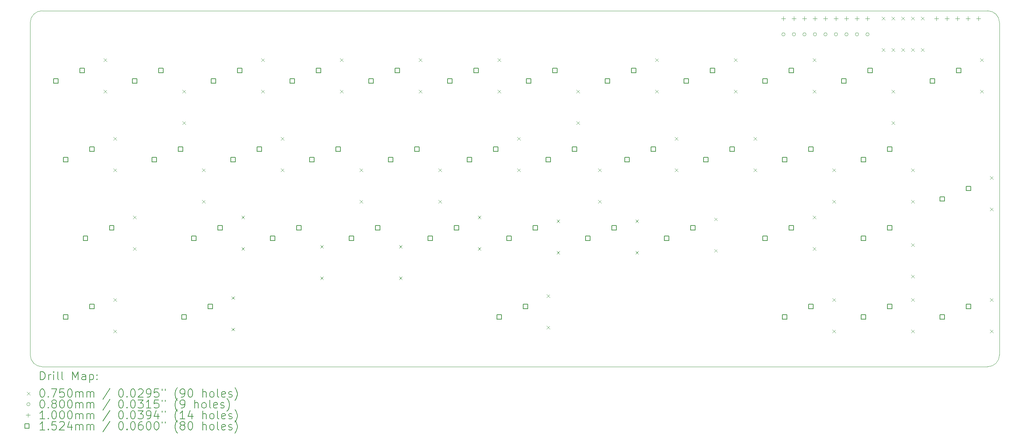
<source format=gbr>
%TF.GenerationSoftware,KiCad,Pcbnew,7.0.1*%
%TF.CreationDate,2023-04-30T14:25:00+01:00*%
%TF.ProjectId,40key,34306b65-792e-46b6-9963-61645f706362,rev?*%
%TF.SameCoordinates,Original*%
%TF.FileFunction,Drillmap*%
%TF.FilePolarity,Positive*%
%FSLAX45Y45*%
G04 Gerber Fmt 4.5, Leading zero omitted, Abs format (unit mm)*
G04 Created by KiCad (PCBNEW 7.0.1) date 2023-04-30 14:25:00*
%MOMM*%
%LPD*%
G01*
G04 APERTURE LIST*
%ADD10C,0.100000*%
%ADD11C,0.200000*%
%ADD12C,0.075000*%
%ADD13C,0.080000*%
%ADD14C,0.152400*%
G04 APERTURE END LIST*
D10*
X3619500Y-3476625D02*
X26479500Y-3476625D01*
X3619500Y-3476625D02*
G75*
G03*
X3333750Y-3762375I0J-285750D01*
G01*
X26479500Y-12096750D02*
G75*
G03*
X26765250Y-11811000I0J285750D01*
G01*
X26479500Y-12096750D02*
X3619500Y-12096750D01*
X26765250Y-3762375D02*
X26765250Y-11811000D01*
X3333750Y-11811000D02*
G75*
G03*
X3619500Y-12096750I285750J0D01*
G01*
X3333750Y-11811000D02*
X3333750Y-3762375D01*
X26765245Y-3762375D02*
G75*
G03*
X26479500Y-3476625I-285745J5D01*
G01*
D11*
D12*
X5106000Y-4629250D02*
X5181000Y-4704250D01*
X5181000Y-4629250D02*
X5106000Y-4704250D01*
X5106000Y-5391250D02*
X5181000Y-5466250D01*
X5181000Y-5391250D02*
X5106000Y-5466250D01*
X5344125Y-6534250D02*
X5419125Y-6609250D01*
X5419125Y-6534250D02*
X5344125Y-6609250D01*
X5344125Y-7296250D02*
X5419125Y-7371250D01*
X5419125Y-7296250D02*
X5344125Y-7371250D01*
X5344125Y-10439500D02*
X5419125Y-10514500D01*
X5419125Y-10439500D02*
X5344125Y-10514500D01*
X5344125Y-11201500D02*
X5419125Y-11276500D01*
X5419125Y-11201500D02*
X5344125Y-11276500D01*
X5820375Y-8439250D02*
X5895375Y-8514250D01*
X5895375Y-8439250D02*
X5820375Y-8514250D01*
X5820375Y-9201250D02*
X5895375Y-9276250D01*
X5895375Y-9201250D02*
X5820375Y-9276250D01*
X7011000Y-5392250D02*
X7086000Y-5467250D01*
X7086000Y-5392250D02*
X7011000Y-5467250D01*
X7011000Y-6154250D02*
X7086000Y-6229250D01*
X7086000Y-6154250D02*
X7011000Y-6229250D01*
X7487250Y-7297250D02*
X7562250Y-7372250D01*
X7562250Y-7297250D02*
X7487250Y-7372250D01*
X7487250Y-8059250D02*
X7562250Y-8134250D01*
X7562250Y-8059250D02*
X7487250Y-8134250D01*
X8201625Y-10391875D02*
X8276625Y-10466875D01*
X8276625Y-10391875D02*
X8201625Y-10466875D01*
X8201625Y-11153875D02*
X8276625Y-11228875D01*
X8276625Y-11153875D02*
X8201625Y-11228875D01*
X8439750Y-8439250D02*
X8514750Y-8514250D01*
X8514750Y-8439250D02*
X8439750Y-8514250D01*
X8439750Y-9201250D02*
X8514750Y-9276250D01*
X8514750Y-9201250D02*
X8439750Y-9276250D01*
X8916000Y-4629250D02*
X8991000Y-4704250D01*
X8991000Y-4629250D02*
X8916000Y-4704250D01*
X8916000Y-5391250D02*
X8991000Y-5466250D01*
X8991000Y-5391250D02*
X8916000Y-5466250D01*
X9392250Y-6534250D02*
X9467250Y-6609250D01*
X9467250Y-6534250D02*
X9392250Y-6609250D01*
X9392250Y-7296250D02*
X9467250Y-7371250D01*
X9467250Y-7296250D02*
X9392250Y-7371250D01*
X10344750Y-9154625D02*
X10419750Y-9229625D01*
X10419750Y-9154625D02*
X10344750Y-9229625D01*
X10344750Y-9916625D02*
X10419750Y-9991625D01*
X10419750Y-9916625D02*
X10344750Y-9991625D01*
X10821000Y-4629250D02*
X10896000Y-4704250D01*
X10896000Y-4629250D02*
X10821000Y-4704250D01*
X10821000Y-5391250D02*
X10896000Y-5466250D01*
X10896000Y-5391250D02*
X10821000Y-5466250D01*
X11297250Y-7297250D02*
X11372250Y-7372250D01*
X11372250Y-7297250D02*
X11297250Y-7372250D01*
X11297250Y-8059250D02*
X11372250Y-8134250D01*
X11372250Y-8059250D02*
X11297250Y-8134250D01*
X12249750Y-9154125D02*
X12324750Y-9229125D01*
X12324750Y-9154125D02*
X12249750Y-9229125D01*
X12249750Y-9916125D02*
X12324750Y-9991125D01*
X12324750Y-9916125D02*
X12249750Y-9991125D01*
X12726000Y-4629750D02*
X12801000Y-4704750D01*
X12801000Y-4629750D02*
X12726000Y-4704750D01*
X12726000Y-5391750D02*
X12801000Y-5466750D01*
X12801000Y-5391750D02*
X12726000Y-5466750D01*
X13202250Y-7297250D02*
X13277250Y-7372250D01*
X13277250Y-7297250D02*
X13202250Y-7372250D01*
X13202250Y-8059250D02*
X13277250Y-8134250D01*
X13277250Y-8059250D02*
X13202250Y-8134250D01*
X14154750Y-8439750D02*
X14229750Y-8514750D01*
X14229750Y-8439750D02*
X14154750Y-8514750D01*
X14154750Y-9201750D02*
X14229750Y-9276750D01*
X14229750Y-9201750D02*
X14154750Y-9276750D01*
X14631000Y-4629250D02*
X14706000Y-4704250D01*
X14706000Y-4629250D02*
X14631000Y-4704250D01*
X14631000Y-5391250D02*
X14706000Y-5466250D01*
X14706000Y-5391250D02*
X14631000Y-5466250D01*
X15107250Y-6534750D02*
X15182250Y-6609750D01*
X15182250Y-6534750D02*
X15107250Y-6609750D01*
X15107250Y-7296750D02*
X15182250Y-7371750D01*
X15182250Y-7296750D02*
X15107250Y-7371750D01*
X15821625Y-10344250D02*
X15896625Y-10419250D01*
X15896625Y-10344250D02*
X15821625Y-10419250D01*
X15821625Y-11106250D02*
X15896625Y-11181250D01*
X15896625Y-11106250D02*
X15821625Y-11181250D01*
X16059750Y-8535000D02*
X16134750Y-8610000D01*
X16134750Y-8535000D02*
X16059750Y-8610000D01*
X16059750Y-9297000D02*
X16134750Y-9372000D01*
X16134750Y-9297000D02*
X16059750Y-9372000D01*
X16536000Y-5391750D02*
X16611000Y-5466750D01*
X16611000Y-5391750D02*
X16536000Y-5466750D01*
X16536000Y-6153750D02*
X16611000Y-6228750D01*
X16611000Y-6153750D02*
X16536000Y-6228750D01*
X17059875Y-7297250D02*
X17134875Y-7372250D01*
X17134875Y-7297250D02*
X17059875Y-7372250D01*
X17059875Y-8059250D02*
X17134875Y-8134250D01*
X17134875Y-8059250D02*
X17059875Y-8134250D01*
X17964750Y-8534500D02*
X18039750Y-8609500D01*
X18039750Y-8534500D02*
X17964750Y-8609500D01*
X17964750Y-9296500D02*
X18039750Y-9371500D01*
X18039750Y-9296500D02*
X17964750Y-9371500D01*
X18441000Y-4629750D02*
X18516000Y-4704750D01*
X18516000Y-4629750D02*
X18441000Y-4704750D01*
X18441000Y-5391750D02*
X18516000Y-5466750D01*
X18516000Y-5391750D02*
X18441000Y-5466750D01*
X18917250Y-6534750D02*
X18992250Y-6609750D01*
X18992250Y-6534750D02*
X18917250Y-6609750D01*
X18917250Y-7296750D02*
X18992250Y-7371750D01*
X18992250Y-7296750D02*
X18917250Y-7371750D01*
X19869750Y-8486875D02*
X19944750Y-8561875D01*
X19944750Y-8486875D02*
X19869750Y-8561875D01*
X19869750Y-9248875D02*
X19944750Y-9323875D01*
X19944750Y-9248875D02*
X19869750Y-9323875D01*
X20346000Y-4629250D02*
X20421000Y-4704250D01*
X20421000Y-4629250D02*
X20346000Y-4704250D01*
X20346000Y-5391250D02*
X20421000Y-5466250D01*
X20421000Y-5391250D02*
X20346000Y-5466250D01*
X20822250Y-6534750D02*
X20897250Y-6609750D01*
X20897250Y-6534750D02*
X20822250Y-6609750D01*
X20822250Y-7296750D02*
X20897250Y-7371750D01*
X20897250Y-7296750D02*
X20822250Y-7371750D01*
X22251000Y-4629250D02*
X22326000Y-4704250D01*
X22326000Y-4629250D02*
X22251000Y-4704250D01*
X22251000Y-5391250D02*
X22326000Y-5466250D01*
X22326000Y-5391250D02*
X22251000Y-5466250D01*
X22251000Y-8439250D02*
X22326000Y-8514250D01*
X22326000Y-8439250D02*
X22251000Y-8514250D01*
X22251000Y-9201250D02*
X22326000Y-9276250D01*
X22326000Y-9201250D02*
X22251000Y-9276250D01*
X22727250Y-7296750D02*
X22802250Y-7371750D01*
X22802250Y-7296750D02*
X22727250Y-7371750D01*
X22727250Y-8058750D02*
X22802250Y-8133750D01*
X22802250Y-8058750D02*
X22727250Y-8133750D01*
X22727250Y-10440000D02*
X22802250Y-10515000D01*
X22802250Y-10440000D02*
X22727250Y-10515000D01*
X22727250Y-11202000D02*
X22802250Y-11277000D01*
X22802250Y-11202000D02*
X22727250Y-11277000D01*
X23917875Y-3624871D02*
X23992875Y-3699871D01*
X23992875Y-3624871D02*
X23917875Y-3699871D01*
X23917875Y-4386871D02*
X23992875Y-4461871D01*
X23992875Y-4386871D02*
X23917875Y-4461871D01*
X24156000Y-3624871D02*
X24231000Y-3699871D01*
X24231000Y-3624871D02*
X24156000Y-3699871D01*
X24156000Y-4386871D02*
X24231000Y-4461871D01*
X24231000Y-4386871D02*
X24156000Y-4461871D01*
X24156000Y-5392250D02*
X24231000Y-5467250D01*
X24231000Y-5392250D02*
X24156000Y-5467250D01*
X24156000Y-6154250D02*
X24231000Y-6229250D01*
X24231000Y-6154250D02*
X24156000Y-6229250D01*
X24394125Y-3624871D02*
X24469125Y-3699871D01*
X24469125Y-3624871D02*
X24394125Y-3699871D01*
X24394125Y-4386871D02*
X24469125Y-4461871D01*
X24469125Y-4386871D02*
X24394125Y-4461871D01*
X24632250Y-3624871D02*
X24707250Y-3699871D01*
X24707250Y-3624871D02*
X24632250Y-3699871D01*
X24632250Y-4386871D02*
X24707250Y-4461871D01*
X24707250Y-4386871D02*
X24632250Y-4461871D01*
X24632250Y-7297250D02*
X24707250Y-7372250D01*
X24707250Y-7297250D02*
X24632250Y-7372250D01*
X24632250Y-8059250D02*
X24707250Y-8134250D01*
X24707250Y-8059250D02*
X24632250Y-8134250D01*
X24632250Y-9107000D02*
X24707250Y-9182000D01*
X24707250Y-9107000D02*
X24632250Y-9182000D01*
X24632250Y-9869000D02*
X24707250Y-9944000D01*
X24707250Y-9869000D02*
X24632250Y-9944000D01*
X24632250Y-10439500D02*
X24707250Y-10514500D01*
X24707250Y-10439500D02*
X24632250Y-10514500D01*
X24632250Y-11201500D02*
X24707250Y-11276500D01*
X24707250Y-11201500D02*
X24632250Y-11276500D01*
X24870375Y-3624871D02*
X24945375Y-3699871D01*
X24945375Y-3624871D02*
X24870375Y-3699871D01*
X24870375Y-4386871D02*
X24945375Y-4461871D01*
X24945375Y-4386871D02*
X24870375Y-4461871D01*
X26299125Y-4629250D02*
X26374125Y-4704250D01*
X26374125Y-4629250D02*
X26299125Y-4704250D01*
X26299125Y-5391250D02*
X26374125Y-5466250D01*
X26374125Y-5391250D02*
X26299125Y-5466250D01*
X26537250Y-7486750D02*
X26612250Y-7561750D01*
X26612250Y-7486750D02*
X26537250Y-7561750D01*
X26537250Y-8248750D02*
X26612250Y-8323750D01*
X26612250Y-8248750D02*
X26537250Y-8323750D01*
X26537250Y-10439500D02*
X26612250Y-10514500D01*
X26612250Y-10439500D02*
X26537250Y-10514500D01*
X26537250Y-11201500D02*
X26612250Y-11276500D01*
X26612250Y-11201500D02*
X26537250Y-11276500D01*
D13*
X21582375Y-4048125D02*
G75*
G03*
X21582375Y-4048125I-40000J0D01*
G01*
X21836375Y-4048125D02*
G75*
G03*
X21836375Y-4048125I-40000J0D01*
G01*
X22090375Y-4048125D02*
G75*
G03*
X22090375Y-4048125I-40000J0D01*
G01*
X22344375Y-4048125D02*
G75*
G03*
X22344375Y-4048125I-40000J0D01*
G01*
X22598375Y-4048125D02*
G75*
G03*
X22598375Y-4048125I-40000J0D01*
G01*
X22852375Y-4048125D02*
G75*
G03*
X22852375Y-4048125I-40000J0D01*
G01*
X23106375Y-4048125D02*
G75*
G03*
X23106375Y-4048125I-40000J0D01*
G01*
X23360375Y-4048125D02*
G75*
G03*
X23360375Y-4048125I-40000J0D01*
G01*
X23614375Y-4048125D02*
G75*
G03*
X23614375Y-4048125I-40000J0D01*
G01*
D10*
X21542375Y-3612871D02*
X21542375Y-3712871D01*
X21492375Y-3662871D02*
X21592375Y-3662871D01*
X21796375Y-3612871D02*
X21796375Y-3712871D01*
X21746375Y-3662871D02*
X21846375Y-3662871D01*
X22050375Y-3612871D02*
X22050375Y-3712871D01*
X22000375Y-3662871D02*
X22100375Y-3662871D01*
X22304375Y-3612871D02*
X22304375Y-3712871D01*
X22254375Y-3662871D02*
X22354375Y-3662871D01*
X22558375Y-3612871D02*
X22558375Y-3712871D01*
X22508375Y-3662871D02*
X22608375Y-3662871D01*
X22812375Y-3612871D02*
X22812375Y-3712871D01*
X22762375Y-3662871D02*
X22862375Y-3662871D01*
X23066375Y-3612871D02*
X23066375Y-3712871D01*
X23016375Y-3662871D02*
X23116375Y-3662871D01*
X23320375Y-3612871D02*
X23320375Y-3712871D01*
X23270375Y-3662871D02*
X23370375Y-3662871D01*
X23574375Y-3612871D02*
X23574375Y-3712871D01*
X23524375Y-3662871D02*
X23624375Y-3662871D01*
X25241250Y-3612871D02*
X25241250Y-3712871D01*
X25191250Y-3662871D02*
X25291250Y-3662871D01*
X25495250Y-3612871D02*
X25495250Y-3712871D01*
X25445250Y-3662871D02*
X25545250Y-3662871D01*
X25749250Y-3612871D02*
X25749250Y-3712871D01*
X25699250Y-3662871D02*
X25799250Y-3662871D01*
X26003250Y-3612871D02*
X26003250Y-3712871D01*
X25953250Y-3662871D02*
X26053250Y-3662871D01*
X26257250Y-3612871D02*
X26257250Y-3712871D01*
X26207250Y-3662871D02*
X26307250Y-3662871D01*
D14*
X4006757Y-5229132D02*
X4006757Y-5121368D01*
X3898993Y-5121368D01*
X3898993Y-5229132D01*
X4006757Y-5229132D01*
X4244882Y-7134132D02*
X4244882Y-7026368D01*
X4137118Y-7026368D01*
X4137118Y-7134132D01*
X4244882Y-7134132D01*
X4244882Y-10944132D02*
X4244882Y-10836368D01*
X4137118Y-10836368D01*
X4137118Y-10944132D01*
X4244882Y-10944132D01*
X4641757Y-4975132D02*
X4641757Y-4867368D01*
X4533993Y-4867368D01*
X4533993Y-4975132D01*
X4641757Y-4975132D01*
X4721132Y-9039132D02*
X4721132Y-8931368D01*
X4613368Y-8931368D01*
X4613368Y-9039132D01*
X4721132Y-9039132D01*
X4879882Y-6880132D02*
X4879882Y-6772368D01*
X4772118Y-6772368D01*
X4772118Y-6880132D01*
X4879882Y-6880132D01*
X4879882Y-10690132D02*
X4879882Y-10582368D01*
X4772118Y-10582368D01*
X4772118Y-10690132D01*
X4879882Y-10690132D01*
X5356132Y-8785132D02*
X5356132Y-8677368D01*
X5248368Y-8677368D01*
X5248368Y-8785132D01*
X5356132Y-8785132D01*
X5911757Y-5229132D02*
X5911757Y-5121368D01*
X5803993Y-5121368D01*
X5803993Y-5229132D01*
X5911757Y-5229132D01*
X6388007Y-7134132D02*
X6388007Y-7026368D01*
X6280243Y-7026368D01*
X6280243Y-7134132D01*
X6388007Y-7134132D01*
X6546757Y-4975132D02*
X6546757Y-4867368D01*
X6438993Y-4867368D01*
X6438993Y-4975132D01*
X6546757Y-4975132D01*
X7023007Y-6880132D02*
X7023007Y-6772368D01*
X6915243Y-6772368D01*
X6915243Y-6880132D01*
X7023007Y-6880132D01*
X7102382Y-10944132D02*
X7102382Y-10836368D01*
X6994618Y-10836368D01*
X6994618Y-10944132D01*
X7102382Y-10944132D01*
X7340507Y-9039132D02*
X7340507Y-8931368D01*
X7232743Y-8931368D01*
X7232743Y-9039132D01*
X7340507Y-9039132D01*
X7737382Y-10690132D02*
X7737382Y-10582368D01*
X7629618Y-10582368D01*
X7629618Y-10690132D01*
X7737382Y-10690132D01*
X7816757Y-5229132D02*
X7816757Y-5121368D01*
X7708993Y-5121368D01*
X7708993Y-5229132D01*
X7816757Y-5229132D01*
X7975507Y-8785132D02*
X7975507Y-8677368D01*
X7867743Y-8677368D01*
X7867743Y-8785132D01*
X7975507Y-8785132D01*
X8293007Y-7134132D02*
X8293007Y-7026368D01*
X8185243Y-7026368D01*
X8185243Y-7134132D01*
X8293007Y-7134132D01*
X8451757Y-4975132D02*
X8451757Y-4867368D01*
X8343993Y-4867368D01*
X8343993Y-4975132D01*
X8451757Y-4975132D01*
X8928007Y-6880132D02*
X8928007Y-6772368D01*
X8820243Y-6772368D01*
X8820243Y-6880132D01*
X8928007Y-6880132D01*
X9245507Y-9039132D02*
X9245507Y-8931368D01*
X9137743Y-8931368D01*
X9137743Y-9039132D01*
X9245507Y-9039132D01*
X9721757Y-5229132D02*
X9721757Y-5121368D01*
X9613993Y-5121368D01*
X9613993Y-5229132D01*
X9721757Y-5229132D01*
X9880507Y-8785132D02*
X9880507Y-8677368D01*
X9772743Y-8677368D01*
X9772743Y-8785132D01*
X9880507Y-8785132D01*
X10198007Y-7134132D02*
X10198007Y-7026368D01*
X10090243Y-7026368D01*
X10090243Y-7134132D01*
X10198007Y-7134132D01*
X10356757Y-4975132D02*
X10356757Y-4867368D01*
X10248993Y-4867368D01*
X10248993Y-4975132D01*
X10356757Y-4975132D01*
X10833007Y-6880132D02*
X10833007Y-6772368D01*
X10725243Y-6772368D01*
X10725243Y-6880132D01*
X10833007Y-6880132D01*
X11150507Y-9039132D02*
X11150507Y-8931368D01*
X11042743Y-8931368D01*
X11042743Y-9039132D01*
X11150507Y-9039132D01*
X11626757Y-5229132D02*
X11626757Y-5121368D01*
X11518993Y-5121368D01*
X11518993Y-5229132D01*
X11626757Y-5229132D01*
X11785507Y-8785132D02*
X11785507Y-8677368D01*
X11677743Y-8677368D01*
X11677743Y-8785132D01*
X11785507Y-8785132D01*
X12103007Y-7134132D02*
X12103007Y-7026368D01*
X11995243Y-7026368D01*
X11995243Y-7134132D01*
X12103007Y-7134132D01*
X12261757Y-4975132D02*
X12261757Y-4867368D01*
X12153993Y-4867368D01*
X12153993Y-4975132D01*
X12261757Y-4975132D01*
X12738007Y-6880132D02*
X12738007Y-6772368D01*
X12630243Y-6772368D01*
X12630243Y-6880132D01*
X12738007Y-6880132D01*
X13055507Y-9039132D02*
X13055507Y-8931368D01*
X12947743Y-8931368D01*
X12947743Y-9039132D01*
X13055507Y-9039132D01*
X13531757Y-5229132D02*
X13531757Y-5121368D01*
X13423993Y-5121368D01*
X13423993Y-5229132D01*
X13531757Y-5229132D01*
X13690507Y-8785132D02*
X13690507Y-8677368D01*
X13582743Y-8677368D01*
X13582743Y-8785132D01*
X13690507Y-8785132D01*
X14008007Y-7134132D02*
X14008007Y-7026368D01*
X13900243Y-7026368D01*
X13900243Y-7134132D01*
X14008007Y-7134132D01*
X14166757Y-4975132D02*
X14166757Y-4867368D01*
X14058993Y-4867368D01*
X14058993Y-4975132D01*
X14166757Y-4975132D01*
X14643007Y-6880132D02*
X14643007Y-6772368D01*
X14535243Y-6772368D01*
X14535243Y-6880132D01*
X14643007Y-6880132D01*
X14722382Y-10944132D02*
X14722382Y-10836368D01*
X14614618Y-10836368D01*
X14614618Y-10944132D01*
X14722382Y-10944132D01*
X14960507Y-9039132D02*
X14960507Y-8931368D01*
X14852743Y-8931368D01*
X14852743Y-9039132D01*
X14960507Y-9039132D01*
X15357382Y-10690132D02*
X15357382Y-10582368D01*
X15249618Y-10582368D01*
X15249618Y-10690132D01*
X15357382Y-10690132D01*
X15436757Y-5229132D02*
X15436757Y-5121368D01*
X15328993Y-5121368D01*
X15328993Y-5229132D01*
X15436757Y-5229132D01*
X15595507Y-8785132D02*
X15595507Y-8677368D01*
X15487743Y-8677368D01*
X15487743Y-8785132D01*
X15595507Y-8785132D01*
X15913007Y-7134132D02*
X15913007Y-7026368D01*
X15805243Y-7026368D01*
X15805243Y-7134132D01*
X15913007Y-7134132D01*
X16071757Y-4975132D02*
X16071757Y-4867368D01*
X15963993Y-4867368D01*
X15963993Y-4975132D01*
X16071757Y-4975132D01*
X16548007Y-6880132D02*
X16548007Y-6772368D01*
X16440243Y-6772368D01*
X16440243Y-6880132D01*
X16548007Y-6880132D01*
X16865507Y-9039132D02*
X16865507Y-8931368D01*
X16757743Y-8931368D01*
X16757743Y-9039132D01*
X16865507Y-9039132D01*
X17341757Y-5229132D02*
X17341757Y-5121368D01*
X17233993Y-5121368D01*
X17233993Y-5229132D01*
X17341757Y-5229132D01*
X17500507Y-8785132D02*
X17500507Y-8677368D01*
X17392743Y-8677368D01*
X17392743Y-8785132D01*
X17500507Y-8785132D01*
X17818007Y-7134132D02*
X17818007Y-7026368D01*
X17710243Y-7026368D01*
X17710243Y-7134132D01*
X17818007Y-7134132D01*
X17976757Y-4975132D02*
X17976757Y-4867368D01*
X17868993Y-4867368D01*
X17868993Y-4975132D01*
X17976757Y-4975132D01*
X18453007Y-6880132D02*
X18453007Y-6772368D01*
X18345243Y-6772368D01*
X18345243Y-6880132D01*
X18453007Y-6880132D01*
X18770507Y-9039132D02*
X18770507Y-8931368D01*
X18662743Y-8931368D01*
X18662743Y-9039132D01*
X18770507Y-9039132D01*
X19246757Y-5229132D02*
X19246757Y-5121368D01*
X19138993Y-5121368D01*
X19138993Y-5229132D01*
X19246757Y-5229132D01*
X19405507Y-8785132D02*
X19405507Y-8677368D01*
X19297743Y-8677368D01*
X19297743Y-8785132D01*
X19405507Y-8785132D01*
X19723007Y-7134132D02*
X19723007Y-7026368D01*
X19615243Y-7026368D01*
X19615243Y-7134132D01*
X19723007Y-7134132D01*
X19881757Y-4975132D02*
X19881757Y-4867368D01*
X19773993Y-4867368D01*
X19773993Y-4975132D01*
X19881757Y-4975132D01*
X20358007Y-6880132D02*
X20358007Y-6772368D01*
X20250243Y-6772368D01*
X20250243Y-6880132D01*
X20358007Y-6880132D01*
X21151757Y-5229132D02*
X21151757Y-5121368D01*
X21043993Y-5121368D01*
X21043993Y-5229132D01*
X21151757Y-5229132D01*
X21151757Y-9039132D02*
X21151757Y-8931368D01*
X21043993Y-8931368D01*
X21043993Y-9039132D01*
X21151757Y-9039132D01*
X21628007Y-7134132D02*
X21628007Y-7026368D01*
X21520243Y-7026368D01*
X21520243Y-7134132D01*
X21628007Y-7134132D01*
X21628007Y-10944132D02*
X21628007Y-10836368D01*
X21520243Y-10836368D01*
X21520243Y-10944132D01*
X21628007Y-10944132D01*
X21786757Y-4975132D02*
X21786757Y-4867368D01*
X21678993Y-4867368D01*
X21678993Y-4975132D01*
X21786757Y-4975132D01*
X21786757Y-8785132D02*
X21786757Y-8677368D01*
X21678993Y-8677368D01*
X21678993Y-8785132D01*
X21786757Y-8785132D01*
X22263007Y-6880132D02*
X22263007Y-6772368D01*
X22155243Y-6772368D01*
X22155243Y-6880132D01*
X22263007Y-6880132D01*
X22263007Y-10690132D02*
X22263007Y-10582368D01*
X22155243Y-10582368D01*
X22155243Y-10690132D01*
X22263007Y-10690132D01*
X23056757Y-5229132D02*
X23056757Y-5121368D01*
X22948993Y-5121368D01*
X22948993Y-5229132D01*
X23056757Y-5229132D01*
X23533007Y-7134132D02*
X23533007Y-7026368D01*
X23425243Y-7026368D01*
X23425243Y-7134132D01*
X23533007Y-7134132D01*
X23533007Y-9039132D02*
X23533007Y-8931368D01*
X23425243Y-8931368D01*
X23425243Y-9039132D01*
X23533007Y-9039132D01*
X23533007Y-10944132D02*
X23533007Y-10836368D01*
X23425243Y-10836368D01*
X23425243Y-10944132D01*
X23533007Y-10944132D01*
X23691757Y-4975132D02*
X23691757Y-4867368D01*
X23583993Y-4867368D01*
X23583993Y-4975132D01*
X23691757Y-4975132D01*
X24168007Y-6880132D02*
X24168007Y-6772368D01*
X24060243Y-6772368D01*
X24060243Y-6880132D01*
X24168007Y-6880132D01*
X24168007Y-8785132D02*
X24168007Y-8677368D01*
X24060243Y-8677368D01*
X24060243Y-8785132D01*
X24168007Y-8785132D01*
X24168007Y-10690132D02*
X24168007Y-10582368D01*
X24060243Y-10582368D01*
X24060243Y-10690132D01*
X24168007Y-10690132D01*
X25199882Y-5229132D02*
X25199882Y-5121368D01*
X25092118Y-5121368D01*
X25092118Y-5229132D01*
X25199882Y-5229132D01*
X25438007Y-8086632D02*
X25438007Y-7978868D01*
X25330243Y-7978868D01*
X25330243Y-8086632D01*
X25438007Y-8086632D01*
X25438007Y-10944132D02*
X25438007Y-10836368D01*
X25330243Y-10836368D01*
X25330243Y-10944132D01*
X25438007Y-10944132D01*
X25834882Y-4975132D02*
X25834882Y-4867368D01*
X25727118Y-4867368D01*
X25727118Y-4975132D01*
X25834882Y-4975132D01*
X26073007Y-7832632D02*
X26073007Y-7724868D01*
X25965243Y-7724868D01*
X25965243Y-7832632D01*
X26073007Y-7832632D01*
X26073007Y-10690132D02*
X26073007Y-10582368D01*
X25965243Y-10582368D01*
X25965243Y-10690132D01*
X26073007Y-10690132D01*
D11*
X3576369Y-12414274D02*
X3576369Y-12214274D01*
X3576369Y-12214274D02*
X3623988Y-12214274D01*
X3623988Y-12214274D02*
X3652560Y-12223797D01*
X3652560Y-12223797D02*
X3671607Y-12242845D01*
X3671607Y-12242845D02*
X3681131Y-12261893D01*
X3681131Y-12261893D02*
X3690655Y-12299988D01*
X3690655Y-12299988D02*
X3690655Y-12328559D01*
X3690655Y-12328559D02*
X3681131Y-12366655D01*
X3681131Y-12366655D02*
X3671607Y-12385702D01*
X3671607Y-12385702D02*
X3652560Y-12404750D01*
X3652560Y-12404750D02*
X3623988Y-12414274D01*
X3623988Y-12414274D02*
X3576369Y-12414274D01*
X3776369Y-12414274D02*
X3776369Y-12280940D01*
X3776369Y-12319036D02*
X3785893Y-12299988D01*
X3785893Y-12299988D02*
X3795417Y-12290464D01*
X3795417Y-12290464D02*
X3814464Y-12280940D01*
X3814464Y-12280940D02*
X3833512Y-12280940D01*
X3900179Y-12414274D02*
X3900179Y-12280940D01*
X3900179Y-12214274D02*
X3890655Y-12223797D01*
X3890655Y-12223797D02*
X3900179Y-12233321D01*
X3900179Y-12233321D02*
X3909702Y-12223797D01*
X3909702Y-12223797D02*
X3900179Y-12214274D01*
X3900179Y-12214274D02*
X3900179Y-12233321D01*
X4023988Y-12414274D02*
X4004940Y-12404750D01*
X4004940Y-12404750D02*
X3995417Y-12385702D01*
X3995417Y-12385702D02*
X3995417Y-12214274D01*
X4128750Y-12414274D02*
X4109702Y-12404750D01*
X4109702Y-12404750D02*
X4100179Y-12385702D01*
X4100179Y-12385702D02*
X4100179Y-12214274D01*
X4357322Y-12414274D02*
X4357322Y-12214274D01*
X4357322Y-12214274D02*
X4423988Y-12357131D01*
X4423988Y-12357131D02*
X4490655Y-12214274D01*
X4490655Y-12214274D02*
X4490655Y-12414274D01*
X4671607Y-12414274D02*
X4671607Y-12309512D01*
X4671607Y-12309512D02*
X4662083Y-12290464D01*
X4662083Y-12290464D02*
X4643036Y-12280940D01*
X4643036Y-12280940D02*
X4604941Y-12280940D01*
X4604941Y-12280940D02*
X4585893Y-12290464D01*
X4671607Y-12404750D02*
X4652560Y-12414274D01*
X4652560Y-12414274D02*
X4604941Y-12414274D01*
X4604941Y-12414274D02*
X4585893Y-12404750D01*
X4585893Y-12404750D02*
X4576369Y-12385702D01*
X4576369Y-12385702D02*
X4576369Y-12366655D01*
X4576369Y-12366655D02*
X4585893Y-12347607D01*
X4585893Y-12347607D02*
X4604941Y-12338083D01*
X4604941Y-12338083D02*
X4652560Y-12338083D01*
X4652560Y-12338083D02*
X4671607Y-12328559D01*
X4766845Y-12280940D02*
X4766845Y-12480940D01*
X4766845Y-12290464D02*
X4785893Y-12280940D01*
X4785893Y-12280940D02*
X4823988Y-12280940D01*
X4823988Y-12280940D02*
X4843036Y-12290464D01*
X4843036Y-12290464D02*
X4852560Y-12299988D01*
X4852560Y-12299988D02*
X4862083Y-12319036D01*
X4862083Y-12319036D02*
X4862083Y-12376178D01*
X4862083Y-12376178D02*
X4852560Y-12395226D01*
X4852560Y-12395226D02*
X4843036Y-12404750D01*
X4843036Y-12404750D02*
X4823988Y-12414274D01*
X4823988Y-12414274D02*
X4785893Y-12414274D01*
X4785893Y-12414274D02*
X4766845Y-12404750D01*
X4947798Y-12395226D02*
X4957322Y-12404750D01*
X4957322Y-12404750D02*
X4947798Y-12414274D01*
X4947798Y-12414274D02*
X4938274Y-12404750D01*
X4938274Y-12404750D02*
X4947798Y-12395226D01*
X4947798Y-12395226D02*
X4947798Y-12414274D01*
X4947798Y-12290464D02*
X4957322Y-12299988D01*
X4957322Y-12299988D02*
X4947798Y-12309512D01*
X4947798Y-12309512D02*
X4938274Y-12299988D01*
X4938274Y-12299988D02*
X4947798Y-12290464D01*
X4947798Y-12290464D02*
X4947798Y-12309512D01*
D12*
X3253750Y-12704250D02*
X3328750Y-12779250D01*
X3328750Y-12704250D02*
X3253750Y-12779250D01*
D11*
X3614464Y-12634274D02*
X3633512Y-12634274D01*
X3633512Y-12634274D02*
X3652560Y-12643797D01*
X3652560Y-12643797D02*
X3662083Y-12653321D01*
X3662083Y-12653321D02*
X3671607Y-12672369D01*
X3671607Y-12672369D02*
X3681131Y-12710464D01*
X3681131Y-12710464D02*
X3681131Y-12758083D01*
X3681131Y-12758083D02*
X3671607Y-12796178D01*
X3671607Y-12796178D02*
X3662083Y-12815226D01*
X3662083Y-12815226D02*
X3652560Y-12824750D01*
X3652560Y-12824750D02*
X3633512Y-12834274D01*
X3633512Y-12834274D02*
X3614464Y-12834274D01*
X3614464Y-12834274D02*
X3595417Y-12824750D01*
X3595417Y-12824750D02*
X3585893Y-12815226D01*
X3585893Y-12815226D02*
X3576369Y-12796178D01*
X3576369Y-12796178D02*
X3566845Y-12758083D01*
X3566845Y-12758083D02*
X3566845Y-12710464D01*
X3566845Y-12710464D02*
X3576369Y-12672369D01*
X3576369Y-12672369D02*
X3585893Y-12653321D01*
X3585893Y-12653321D02*
X3595417Y-12643797D01*
X3595417Y-12643797D02*
X3614464Y-12634274D01*
X3766845Y-12815226D02*
X3776369Y-12824750D01*
X3776369Y-12824750D02*
X3766845Y-12834274D01*
X3766845Y-12834274D02*
X3757321Y-12824750D01*
X3757321Y-12824750D02*
X3766845Y-12815226D01*
X3766845Y-12815226D02*
X3766845Y-12834274D01*
X3843036Y-12634274D02*
X3976369Y-12634274D01*
X3976369Y-12634274D02*
X3890655Y-12834274D01*
X4147798Y-12634274D02*
X4052560Y-12634274D01*
X4052560Y-12634274D02*
X4043036Y-12729512D01*
X4043036Y-12729512D02*
X4052560Y-12719988D01*
X4052560Y-12719988D02*
X4071607Y-12710464D01*
X4071607Y-12710464D02*
X4119226Y-12710464D01*
X4119226Y-12710464D02*
X4138274Y-12719988D01*
X4138274Y-12719988D02*
X4147798Y-12729512D01*
X4147798Y-12729512D02*
X4157321Y-12748559D01*
X4157321Y-12748559D02*
X4157321Y-12796178D01*
X4157321Y-12796178D02*
X4147798Y-12815226D01*
X4147798Y-12815226D02*
X4138274Y-12824750D01*
X4138274Y-12824750D02*
X4119226Y-12834274D01*
X4119226Y-12834274D02*
X4071607Y-12834274D01*
X4071607Y-12834274D02*
X4052560Y-12824750D01*
X4052560Y-12824750D02*
X4043036Y-12815226D01*
X4281131Y-12634274D02*
X4300179Y-12634274D01*
X4300179Y-12634274D02*
X4319226Y-12643797D01*
X4319226Y-12643797D02*
X4328750Y-12653321D01*
X4328750Y-12653321D02*
X4338274Y-12672369D01*
X4338274Y-12672369D02*
X4347798Y-12710464D01*
X4347798Y-12710464D02*
X4347798Y-12758083D01*
X4347798Y-12758083D02*
X4338274Y-12796178D01*
X4338274Y-12796178D02*
X4328750Y-12815226D01*
X4328750Y-12815226D02*
X4319226Y-12824750D01*
X4319226Y-12824750D02*
X4300179Y-12834274D01*
X4300179Y-12834274D02*
X4281131Y-12834274D01*
X4281131Y-12834274D02*
X4262083Y-12824750D01*
X4262083Y-12824750D02*
X4252560Y-12815226D01*
X4252560Y-12815226D02*
X4243036Y-12796178D01*
X4243036Y-12796178D02*
X4233512Y-12758083D01*
X4233512Y-12758083D02*
X4233512Y-12710464D01*
X4233512Y-12710464D02*
X4243036Y-12672369D01*
X4243036Y-12672369D02*
X4252560Y-12653321D01*
X4252560Y-12653321D02*
X4262083Y-12643797D01*
X4262083Y-12643797D02*
X4281131Y-12634274D01*
X4433512Y-12834274D02*
X4433512Y-12700940D01*
X4433512Y-12719988D02*
X4443036Y-12710464D01*
X4443036Y-12710464D02*
X4462083Y-12700940D01*
X4462083Y-12700940D02*
X4490655Y-12700940D01*
X4490655Y-12700940D02*
X4509703Y-12710464D01*
X4509703Y-12710464D02*
X4519226Y-12729512D01*
X4519226Y-12729512D02*
X4519226Y-12834274D01*
X4519226Y-12729512D02*
X4528750Y-12710464D01*
X4528750Y-12710464D02*
X4547798Y-12700940D01*
X4547798Y-12700940D02*
X4576369Y-12700940D01*
X4576369Y-12700940D02*
X4595417Y-12710464D01*
X4595417Y-12710464D02*
X4604941Y-12729512D01*
X4604941Y-12729512D02*
X4604941Y-12834274D01*
X4700179Y-12834274D02*
X4700179Y-12700940D01*
X4700179Y-12719988D02*
X4709703Y-12710464D01*
X4709703Y-12710464D02*
X4728750Y-12700940D01*
X4728750Y-12700940D02*
X4757322Y-12700940D01*
X4757322Y-12700940D02*
X4776369Y-12710464D01*
X4776369Y-12710464D02*
X4785893Y-12729512D01*
X4785893Y-12729512D02*
X4785893Y-12834274D01*
X4785893Y-12729512D02*
X4795417Y-12710464D01*
X4795417Y-12710464D02*
X4814464Y-12700940D01*
X4814464Y-12700940D02*
X4843036Y-12700940D01*
X4843036Y-12700940D02*
X4862084Y-12710464D01*
X4862084Y-12710464D02*
X4871607Y-12729512D01*
X4871607Y-12729512D02*
X4871607Y-12834274D01*
X5262084Y-12624750D02*
X5090655Y-12881893D01*
X5519226Y-12634274D02*
X5538274Y-12634274D01*
X5538274Y-12634274D02*
X5557322Y-12643797D01*
X5557322Y-12643797D02*
X5566846Y-12653321D01*
X5566846Y-12653321D02*
X5576369Y-12672369D01*
X5576369Y-12672369D02*
X5585893Y-12710464D01*
X5585893Y-12710464D02*
X5585893Y-12758083D01*
X5585893Y-12758083D02*
X5576369Y-12796178D01*
X5576369Y-12796178D02*
X5566846Y-12815226D01*
X5566846Y-12815226D02*
X5557322Y-12824750D01*
X5557322Y-12824750D02*
X5538274Y-12834274D01*
X5538274Y-12834274D02*
X5519226Y-12834274D01*
X5519226Y-12834274D02*
X5500179Y-12824750D01*
X5500179Y-12824750D02*
X5490655Y-12815226D01*
X5490655Y-12815226D02*
X5481131Y-12796178D01*
X5481131Y-12796178D02*
X5471607Y-12758083D01*
X5471607Y-12758083D02*
X5471607Y-12710464D01*
X5471607Y-12710464D02*
X5481131Y-12672369D01*
X5481131Y-12672369D02*
X5490655Y-12653321D01*
X5490655Y-12653321D02*
X5500179Y-12643797D01*
X5500179Y-12643797D02*
X5519226Y-12634274D01*
X5671607Y-12815226D02*
X5681131Y-12824750D01*
X5681131Y-12824750D02*
X5671607Y-12834274D01*
X5671607Y-12834274D02*
X5662084Y-12824750D01*
X5662084Y-12824750D02*
X5671607Y-12815226D01*
X5671607Y-12815226D02*
X5671607Y-12834274D01*
X5804941Y-12634274D02*
X5823988Y-12634274D01*
X5823988Y-12634274D02*
X5843036Y-12643797D01*
X5843036Y-12643797D02*
X5852560Y-12653321D01*
X5852560Y-12653321D02*
X5862084Y-12672369D01*
X5862084Y-12672369D02*
X5871607Y-12710464D01*
X5871607Y-12710464D02*
X5871607Y-12758083D01*
X5871607Y-12758083D02*
X5862084Y-12796178D01*
X5862084Y-12796178D02*
X5852560Y-12815226D01*
X5852560Y-12815226D02*
X5843036Y-12824750D01*
X5843036Y-12824750D02*
X5823988Y-12834274D01*
X5823988Y-12834274D02*
X5804941Y-12834274D01*
X5804941Y-12834274D02*
X5785893Y-12824750D01*
X5785893Y-12824750D02*
X5776369Y-12815226D01*
X5776369Y-12815226D02*
X5766845Y-12796178D01*
X5766845Y-12796178D02*
X5757322Y-12758083D01*
X5757322Y-12758083D02*
X5757322Y-12710464D01*
X5757322Y-12710464D02*
X5766845Y-12672369D01*
X5766845Y-12672369D02*
X5776369Y-12653321D01*
X5776369Y-12653321D02*
X5785893Y-12643797D01*
X5785893Y-12643797D02*
X5804941Y-12634274D01*
X5947798Y-12653321D02*
X5957322Y-12643797D01*
X5957322Y-12643797D02*
X5976369Y-12634274D01*
X5976369Y-12634274D02*
X6023988Y-12634274D01*
X6023988Y-12634274D02*
X6043036Y-12643797D01*
X6043036Y-12643797D02*
X6052560Y-12653321D01*
X6052560Y-12653321D02*
X6062084Y-12672369D01*
X6062084Y-12672369D02*
X6062084Y-12691416D01*
X6062084Y-12691416D02*
X6052560Y-12719988D01*
X6052560Y-12719988D02*
X5938274Y-12834274D01*
X5938274Y-12834274D02*
X6062084Y-12834274D01*
X6157322Y-12834274D02*
X6195417Y-12834274D01*
X6195417Y-12834274D02*
X6214465Y-12824750D01*
X6214465Y-12824750D02*
X6223988Y-12815226D01*
X6223988Y-12815226D02*
X6243036Y-12786655D01*
X6243036Y-12786655D02*
X6252560Y-12748559D01*
X6252560Y-12748559D02*
X6252560Y-12672369D01*
X6252560Y-12672369D02*
X6243036Y-12653321D01*
X6243036Y-12653321D02*
X6233512Y-12643797D01*
X6233512Y-12643797D02*
X6214465Y-12634274D01*
X6214465Y-12634274D02*
X6176369Y-12634274D01*
X6176369Y-12634274D02*
X6157322Y-12643797D01*
X6157322Y-12643797D02*
X6147798Y-12653321D01*
X6147798Y-12653321D02*
X6138274Y-12672369D01*
X6138274Y-12672369D02*
X6138274Y-12719988D01*
X6138274Y-12719988D02*
X6147798Y-12739036D01*
X6147798Y-12739036D02*
X6157322Y-12748559D01*
X6157322Y-12748559D02*
X6176369Y-12758083D01*
X6176369Y-12758083D02*
X6214465Y-12758083D01*
X6214465Y-12758083D02*
X6233512Y-12748559D01*
X6233512Y-12748559D02*
X6243036Y-12739036D01*
X6243036Y-12739036D02*
X6252560Y-12719988D01*
X6433512Y-12634274D02*
X6338274Y-12634274D01*
X6338274Y-12634274D02*
X6328750Y-12729512D01*
X6328750Y-12729512D02*
X6338274Y-12719988D01*
X6338274Y-12719988D02*
X6357322Y-12710464D01*
X6357322Y-12710464D02*
X6404941Y-12710464D01*
X6404941Y-12710464D02*
X6423988Y-12719988D01*
X6423988Y-12719988D02*
X6433512Y-12729512D01*
X6433512Y-12729512D02*
X6443036Y-12748559D01*
X6443036Y-12748559D02*
X6443036Y-12796178D01*
X6443036Y-12796178D02*
X6433512Y-12815226D01*
X6433512Y-12815226D02*
X6423988Y-12824750D01*
X6423988Y-12824750D02*
X6404941Y-12834274D01*
X6404941Y-12834274D02*
X6357322Y-12834274D01*
X6357322Y-12834274D02*
X6338274Y-12824750D01*
X6338274Y-12824750D02*
X6328750Y-12815226D01*
X6519226Y-12634274D02*
X6519226Y-12672369D01*
X6595417Y-12634274D02*
X6595417Y-12672369D01*
X6890655Y-12910464D02*
X6881131Y-12900940D01*
X6881131Y-12900940D02*
X6862084Y-12872369D01*
X6862084Y-12872369D02*
X6852560Y-12853321D01*
X6852560Y-12853321D02*
X6843036Y-12824750D01*
X6843036Y-12824750D02*
X6833512Y-12777131D01*
X6833512Y-12777131D02*
X6833512Y-12739036D01*
X6833512Y-12739036D02*
X6843036Y-12691416D01*
X6843036Y-12691416D02*
X6852560Y-12662845D01*
X6852560Y-12662845D02*
X6862084Y-12643797D01*
X6862084Y-12643797D02*
X6881131Y-12615226D01*
X6881131Y-12615226D02*
X6890655Y-12605702D01*
X6976369Y-12834274D02*
X7014465Y-12834274D01*
X7014465Y-12834274D02*
X7033512Y-12824750D01*
X7033512Y-12824750D02*
X7043036Y-12815226D01*
X7043036Y-12815226D02*
X7062084Y-12786655D01*
X7062084Y-12786655D02*
X7071607Y-12748559D01*
X7071607Y-12748559D02*
X7071607Y-12672369D01*
X7071607Y-12672369D02*
X7062084Y-12653321D01*
X7062084Y-12653321D02*
X7052560Y-12643797D01*
X7052560Y-12643797D02*
X7033512Y-12634274D01*
X7033512Y-12634274D02*
X6995417Y-12634274D01*
X6995417Y-12634274D02*
X6976369Y-12643797D01*
X6976369Y-12643797D02*
X6966846Y-12653321D01*
X6966846Y-12653321D02*
X6957322Y-12672369D01*
X6957322Y-12672369D02*
X6957322Y-12719988D01*
X6957322Y-12719988D02*
X6966846Y-12739036D01*
X6966846Y-12739036D02*
X6976369Y-12748559D01*
X6976369Y-12748559D02*
X6995417Y-12758083D01*
X6995417Y-12758083D02*
X7033512Y-12758083D01*
X7033512Y-12758083D02*
X7052560Y-12748559D01*
X7052560Y-12748559D02*
X7062084Y-12739036D01*
X7062084Y-12739036D02*
X7071607Y-12719988D01*
X7195417Y-12634274D02*
X7214465Y-12634274D01*
X7214465Y-12634274D02*
X7233512Y-12643797D01*
X7233512Y-12643797D02*
X7243036Y-12653321D01*
X7243036Y-12653321D02*
X7252560Y-12672369D01*
X7252560Y-12672369D02*
X7262084Y-12710464D01*
X7262084Y-12710464D02*
X7262084Y-12758083D01*
X7262084Y-12758083D02*
X7252560Y-12796178D01*
X7252560Y-12796178D02*
X7243036Y-12815226D01*
X7243036Y-12815226D02*
X7233512Y-12824750D01*
X7233512Y-12824750D02*
X7214465Y-12834274D01*
X7214465Y-12834274D02*
X7195417Y-12834274D01*
X7195417Y-12834274D02*
X7176369Y-12824750D01*
X7176369Y-12824750D02*
X7166846Y-12815226D01*
X7166846Y-12815226D02*
X7157322Y-12796178D01*
X7157322Y-12796178D02*
X7147798Y-12758083D01*
X7147798Y-12758083D02*
X7147798Y-12710464D01*
X7147798Y-12710464D02*
X7157322Y-12672369D01*
X7157322Y-12672369D02*
X7166846Y-12653321D01*
X7166846Y-12653321D02*
X7176369Y-12643797D01*
X7176369Y-12643797D02*
X7195417Y-12634274D01*
X7500179Y-12834274D02*
X7500179Y-12634274D01*
X7585893Y-12834274D02*
X7585893Y-12729512D01*
X7585893Y-12729512D02*
X7576369Y-12710464D01*
X7576369Y-12710464D02*
X7557322Y-12700940D01*
X7557322Y-12700940D02*
X7528750Y-12700940D01*
X7528750Y-12700940D02*
X7509703Y-12710464D01*
X7509703Y-12710464D02*
X7500179Y-12719988D01*
X7709703Y-12834274D02*
X7690655Y-12824750D01*
X7690655Y-12824750D02*
X7681131Y-12815226D01*
X7681131Y-12815226D02*
X7671608Y-12796178D01*
X7671608Y-12796178D02*
X7671608Y-12739036D01*
X7671608Y-12739036D02*
X7681131Y-12719988D01*
X7681131Y-12719988D02*
X7690655Y-12710464D01*
X7690655Y-12710464D02*
X7709703Y-12700940D01*
X7709703Y-12700940D02*
X7738274Y-12700940D01*
X7738274Y-12700940D02*
X7757322Y-12710464D01*
X7757322Y-12710464D02*
X7766846Y-12719988D01*
X7766846Y-12719988D02*
X7776369Y-12739036D01*
X7776369Y-12739036D02*
X7776369Y-12796178D01*
X7776369Y-12796178D02*
X7766846Y-12815226D01*
X7766846Y-12815226D02*
X7757322Y-12824750D01*
X7757322Y-12824750D02*
X7738274Y-12834274D01*
X7738274Y-12834274D02*
X7709703Y-12834274D01*
X7890655Y-12834274D02*
X7871608Y-12824750D01*
X7871608Y-12824750D02*
X7862084Y-12805702D01*
X7862084Y-12805702D02*
X7862084Y-12634274D01*
X8043036Y-12824750D02*
X8023989Y-12834274D01*
X8023989Y-12834274D02*
X7985893Y-12834274D01*
X7985893Y-12834274D02*
X7966846Y-12824750D01*
X7966846Y-12824750D02*
X7957322Y-12805702D01*
X7957322Y-12805702D02*
X7957322Y-12729512D01*
X7957322Y-12729512D02*
X7966846Y-12710464D01*
X7966846Y-12710464D02*
X7985893Y-12700940D01*
X7985893Y-12700940D02*
X8023989Y-12700940D01*
X8023989Y-12700940D02*
X8043036Y-12710464D01*
X8043036Y-12710464D02*
X8052560Y-12729512D01*
X8052560Y-12729512D02*
X8052560Y-12748559D01*
X8052560Y-12748559D02*
X7957322Y-12767607D01*
X8128750Y-12824750D02*
X8147798Y-12834274D01*
X8147798Y-12834274D02*
X8185893Y-12834274D01*
X8185893Y-12834274D02*
X8204941Y-12824750D01*
X8204941Y-12824750D02*
X8214465Y-12805702D01*
X8214465Y-12805702D02*
X8214465Y-12796178D01*
X8214465Y-12796178D02*
X8204941Y-12777131D01*
X8204941Y-12777131D02*
X8185893Y-12767607D01*
X8185893Y-12767607D02*
X8157322Y-12767607D01*
X8157322Y-12767607D02*
X8138274Y-12758083D01*
X8138274Y-12758083D02*
X8128750Y-12739036D01*
X8128750Y-12739036D02*
X8128750Y-12729512D01*
X8128750Y-12729512D02*
X8138274Y-12710464D01*
X8138274Y-12710464D02*
X8157322Y-12700940D01*
X8157322Y-12700940D02*
X8185893Y-12700940D01*
X8185893Y-12700940D02*
X8204941Y-12710464D01*
X8281131Y-12910464D02*
X8290655Y-12900940D01*
X8290655Y-12900940D02*
X8309703Y-12872369D01*
X8309703Y-12872369D02*
X8319227Y-12853321D01*
X8319227Y-12853321D02*
X8328750Y-12824750D01*
X8328750Y-12824750D02*
X8338274Y-12777131D01*
X8338274Y-12777131D02*
X8338274Y-12739036D01*
X8338274Y-12739036D02*
X8328750Y-12691416D01*
X8328750Y-12691416D02*
X8319227Y-12662845D01*
X8319227Y-12662845D02*
X8309703Y-12643797D01*
X8309703Y-12643797D02*
X8290655Y-12615226D01*
X8290655Y-12615226D02*
X8281131Y-12605702D01*
D13*
X3328750Y-13005750D02*
G75*
G03*
X3328750Y-13005750I-40000J0D01*
G01*
D11*
X3614464Y-12898274D02*
X3633512Y-12898274D01*
X3633512Y-12898274D02*
X3652560Y-12907797D01*
X3652560Y-12907797D02*
X3662083Y-12917321D01*
X3662083Y-12917321D02*
X3671607Y-12936369D01*
X3671607Y-12936369D02*
X3681131Y-12974464D01*
X3681131Y-12974464D02*
X3681131Y-13022083D01*
X3681131Y-13022083D02*
X3671607Y-13060178D01*
X3671607Y-13060178D02*
X3662083Y-13079226D01*
X3662083Y-13079226D02*
X3652560Y-13088750D01*
X3652560Y-13088750D02*
X3633512Y-13098274D01*
X3633512Y-13098274D02*
X3614464Y-13098274D01*
X3614464Y-13098274D02*
X3595417Y-13088750D01*
X3595417Y-13088750D02*
X3585893Y-13079226D01*
X3585893Y-13079226D02*
X3576369Y-13060178D01*
X3576369Y-13060178D02*
X3566845Y-13022083D01*
X3566845Y-13022083D02*
X3566845Y-12974464D01*
X3566845Y-12974464D02*
X3576369Y-12936369D01*
X3576369Y-12936369D02*
X3585893Y-12917321D01*
X3585893Y-12917321D02*
X3595417Y-12907797D01*
X3595417Y-12907797D02*
X3614464Y-12898274D01*
X3766845Y-13079226D02*
X3776369Y-13088750D01*
X3776369Y-13088750D02*
X3766845Y-13098274D01*
X3766845Y-13098274D02*
X3757321Y-13088750D01*
X3757321Y-13088750D02*
X3766845Y-13079226D01*
X3766845Y-13079226D02*
X3766845Y-13098274D01*
X3890655Y-12983988D02*
X3871607Y-12974464D01*
X3871607Y-12974464D02*
X3862083Y-12964940D01*
X3862083Y-12964940D02*
X3852560Y-12945893D01*
X3852560Y-12945893D02*
X3852560Y-12936369D01*
X3852560Y-12936369D02*
X3862083Y-12917321D01*
X3862083Y-12917321D02*
X3871607Y-12907797D01*
X3871607Y-12907797D02*
X3890655Y-12898274D01*
X3890655Y-12898274D02*
X3928750Y-12898274D01*
X3928750Y-12898274D02*
X3947798Y-12907797D01*
X3947798Y-12907797D02*
X3957321Y-12917321D01*
X3957321Y-12917321D02*
X3966845Y-12936369D01*
X3966845Y-12936369D02*
X3966845Y-12945893D01*
X3966845Y-12945893D02*
X3957321Y-12964940D01*
X3957321Y-12964940D02*
X3947798Y-12974464D01*
X3947798Y-12974464D02*
X3928750Y-12983988D01*
X3928750Y-12983988D02*
X3890655Y-12983988D01*
X3890655Y-12983988D02*
X3871607Y-12993512D01*
X3871607Y-12993512D02*
X3862083Y-13003036D01*
X3862083Y-13003036D02*
X3852560Y-13022083D01*
X3852560Y-13022083D02*
X3852560Y-13060178D01*
X3852560Y-13060178D02*
X3862083Y-13079226D01*
X3862083Y-13079226D02*
X3871607Y-13088750D01*
X3871607Y-13088750D02*
X3890655Y-13098274D01*
X3890655Y-13098274D02*
X3928750Y-13098274D01*
X3928750Y-13098274D02*
X3947798Y-13088750D01*
X3947798Y-13088750D02*
X3957321Y-13079226D01*
X3957321Y-13079226D02*
X3966845Y-13060178D01*
X3966845Y-13060178D02*
X3966845Y-13022083D01*
X3966845Y-13022083D02*
X3957321Y-13003036D01*
X3957321Y-13003036D02*
X3947798Y-12993512D01*
X3947798Y-12993512D02*
X3928750Y-12983988D01*
X4090655Y-12898274D02*
X4109702Y-12898274D01*
X4109702Y-12898274D02*
X4128750Y-12907797D01*
X4128750Y-12907797D02*
X4138274Y-12917321D01*
X4138274Y-12917321D02*
X4147798Y-12936369D01*
X4147798Y-12936369D02*
X4157321Y-12974464D01*
X4157321Y-12974464D02*
X4157321Y-13022083D01*
X4157321Y-13022083D02*
X4147798Y-13060178D01*
X4147798Y-13060178D02*
X4138274Y-13079226D01*
X4138274Y-13079226D02*
X4128750Y-13088750D01*
X4128750Y-13088750D02*
X4109702Y-13098274D01*
X4109702Y-13098274D02*
X4090655Y-13098274D01*
X4090655Y-13098274D02*
X4071607Y-13088750D01*
X4071607Y-13088750D02*
X4062083Y-13079226D01*
X4062083Y-13079226D02*
X4052560Y-13060178D01*
X4052560Y-13060178D02*
X4043036Y-13022083D01*
X4043036Y-13022083D02*
X4043036Y-12974464D01*
X4043036Y-12974464D02*
X4052560Y-12936369D01*
X4052560Y-12936369D02*
X4062083Y-12917321D01*
X4062083Y-12917321D02*
X4071607Y-12907797D01*
X4071607Y-12907797D02*
X4090655Y-12898274D01*
X4281131Y-12898274D02*
X4300179Y-12898274D01*
X4300179Y-12898274D02*
X4319226Y-12907797D01*
X4319226Y-12907797D02*
X4328750Y-12917321D01*
X4328750Y-12917321D02*
X4338274Y-12936369D01*
X4338274Y-12936369D02*
X4347798Y-12974464D01*
X4347798Y-12974464D02*
X4347798Y-13022083D01*
X4347798Y-13022083D02*
X4338274Y-13060178D01*
X4338274Y-13060178D02*
X4328750Y-13079226D01*
X4328750Y-13079226D02*
X4319226Y-13088750D01*
X4319226Y-13088750D02*
X4300179Y-13098274D01*
X4300179Y-13098274D02*
X4281131Y-13098274D01*
X4281131Y-13098274D02*
X4262083Y-13088750D01*
X4262083Y-13088750D02*
X4252560Y-13079226D01*
X4252560Y-13079226D02*
X4243036Y-13060178D01*
X4243036Y-13060178D02*
X4233512Y-13022083D01*
X4233512Y-13022083D02*
X4233512Y-12974464D01*
X4233512Y-12974464D02*
X4243036Y-12936369D01*
X4243036Y-12936369D02*
X4252560Y-12917321D01*
X4252560Y-12917321D02*
X4262083Y-12907797D01*
X4262083Y-12907797D02*
X4281131Y-12898274D01*
X4433512Y-13098274D02*
X4433512Y-12964940D01*
X4433512Y-12983988D02*
X4443036Y-12974464D01*
X4443036Y-12974464D02*
X4462083Y-12964940D01*
X4462083Y-12964940D02*
X4490655Y-12964940D01*
X4490655Y-12964940D02*
X4509703Y-12974464D01*
X4509703Y-12974464D02*
X4519226Y-12993512D01*
X4519226Y-12993512D02*
X4519226Y-13098274D01*
X4519226Y-12993512D02*
X4528750Y-12974464D01*
X4528750Y-12974464D02*
X4547798Y-12964940D01*
X4547798Y-12964940D02*
X4576369Y-12964940D01*
X4576369Y-12964940D02*
X4595417Y-12974464D01*
X4595417Y-12974464D02*
X4604941Y-12993512D01*
X4604941Y-12993512D02*
X4604941Y-13098274D01*
X4700179Y-13098274D02*
X4700179Y-12964940D01*
X4700179Y-12983988D02*
X4709703Y-12974464D01*
X4709703Y-12974464D02*
X4728750Y-12964940D01*
X4728750Y-12964940D02*
X4757322Y-12964940D01*
X4757322Y-12964940D02*
X4776369Y-12974464D01*
X4776369Y-12974464D02*
X4785893Y-12993512D01*
X4785893Y-12993512D02*
X4785893Y-13098274D01*
X4785893Y-12993512D02*
X4795417Y-12974464D01*
X4795417Y-12974464D02*
X4814464Y-12964940D01*
X4814464Y-12964940D02*
X4843036Y-12964940D01*
X4843036Y-12964940D02*
X4862084Y-12974464D01*
X4862084Y-12974464D02*
X4871607Y-12993512D01*
X4871607Y-12993512D02*
X4871607Y-13098274D01*
X5262084Y-12888750D02*
X5090655Y-13145893D01*
X5519226Y-12898274D02*
X5538274Y-12898274D01*
X5538274Y-12898274D02*
X5557322Y-12907797D01*
X5557322Y-12907797D02*
X5566846Y-12917321D01*
X5566846Y-12917321D02*
X5576369Y-12936369D01*
X5576369Y-12936369D02*
X5585893Y-12974464D01*
X5585893Y-12974464D02*
X5585893Y-13022083D01*
X5585893Y-13022083D02*
X5576369Y-13060178D01*
X5576369Y-13060178D02*
X5566846Y-13079226D01*
X5566846Y-13079226D02*
X5557322Y-13088750D01*
X5557322Y-13088750D02*
X5538274Y-13098274D01*
X5538274Y-13098274D02*
X5519226Y-13098274D01*
X5519226Y-13098274D02*
X5500179Y-13088750D01*
X5500179Y-13088750D02*
X5490655Y-13079226D01*
X5490655Y-13079226D02*
X5481131Y-13060178D01*
X5481131Y-13060178D02*
X5471607Y-13022083D01*
X5471607Y-13022083D02*
X5471607Y-12974464D01*
X5471607Y-12974464D02*
X5481131Y-12936369D01*
X5481131Y-12936369D02*
X5490655Y-12917321D01*
X5490655Y-12917321D02*
X5500179Y-12907797D01*
X5500179Y-12907797D02*
X5519226Y-12898274D01*
X5671607Y-13079226D02*
X5681131Y-13088750D01*
X5681131Y-13088750D02*
X5671607Y-13098274D01*
X5671607Y-13098274D02*
X5662084Y-13088750D01*
X5662084Y-13088750D02*
X5671607Y-13079226D01*
X5671607Y-13079226D02*
X5671607Y-13098274D01*
X5804941Y-12898274D02*
X5823988Y-12898274D01*
X5823988Y-12898274D02*
X5843036Y-12907797D01*
X5843036Y-12907797D02*
X5852560Y-12917321D01*
X5852560Y-12917321D02*
X5862084Y-12936369D01*
X5862084Y-12936369D02*
X5871607Y-12974464D01*
X5871607Y-12974464D02*
X5871607Y-13022083D01*
X5871607Y-13022083D02*
X5862084Y-13060178D01*
X5862084Y-13060178D02*
X5852560Y-13079226D01*
X5852560Y-13079226D02*
X5843036Y-13088750D01*
X5843036Y-13088750D02*
X5823988Y-13098274D01*
X5823988Y-13098274D02*
X5804941Y-13098274D01*
X5804941Y-13098274D02*
X5785893Y-13088750D01*
X5785893Y-13088750D02*
X5776369Y-13079226D01*
X5776369Y-13079226D02*
X5766845Y-13060178D01*
X5766845Y-13060178D02*
X5757322Y-13022083D01*
X5757322Y-13022083D02*
X5757322Y-12974464D01*
X5757322Y-12974464D02*
X5766845Y-12936369D01*
X5766845Y-12936369D02*
X5776369Y-12917321D01*
X5776369Y-12917321D02*
X5785893Y-12907797D01*
X5785893Y-12907797D02*
X5804941Y-12898274D01*
X5938274Y-12898274D02*
X6062084Y-12898274D01*
X6062084Y-12898274D02*
X5995417Y-12974464D01*
X5995417Y-12974464D02*
X6023988Y-12974464D01*
X6023988Y-12974464D02*
X6043036Y-12983988D01*
X6043036Y-12983988D02*
X6052560Y-12993512D01*
X6052560Y-12993512D02*
X6062084Y-13012559D01*
X6062084Y-13012559D02*
X6062084Y-13060178D01*
X6062084Y-13060178D02*
X6052560Y-13079226D01*
X6052560Y-13079226D02*
X6043036Y-13088750D01*
X6043036Y-13088750D02*
X6023988Y-13098274D01*
X6023988Y-13098274D02*
X5966845Y-13098274D01*
X5966845Y-13098274D02*
X5947798Y-13088750D01*
X5947798Y-13088750D02*
X5938274Y-13079226D01*
X6252560Y-13098274D02*
X6138274Y-13098274D01*
X6195417Y-13098274D02*
X6195417Y-12898274D01*
X6195417Y-12898274D02*
X6176369Y-12926845D01*
X6176369Y-12926845D02*
X6157322Y-12945893D01*
X6157322Y-12945893D02*
X6138274Y-12955416D01*
X6433512Y-12898274D02*
X6338274Y-12898274D01*
X6338274Y-12898274D02*
X6328750Y-12993512D01*
X6328750Y-12993512D02*
X6338274Y-12983988D01*
X6338274Y-12983988D02*
X6357322Y-12974464D01*
X6357322Y-12974464D02*
X6404941Y-12974464D01*
X6404941Y-12974464D02*
X6423988Y-12983988D01*
X6423988Y-12983988D02*
X6433512Y-12993512D01*
X6433512Y-12993512D02*
X6443036Y-13012559D01*
X6443036Y-13012559D02*
X6443036Y-13060178D01*
X6443036Y-13060178D02*
X6433512Y-13079226D01*
X6433512Y-13079226D02*
X6423988Y-13088750D01*
X6423988Y-13088750D02*
X6404941Y-13098274D01*
X6404941Y-13098274D02*
X6357322Y-13098274D01*
X6357322Y-13098274D02*
X6338274Y-13088750D01*
X6338274Y-13088750D02*
X6328750Y-13079226D01*
X6519226Y-12898274D02*
X6519226Y-12936369D01*
X6595417Y-12898274D02*
X6595417Y-12936369D01*
X6890655Y-13174464D02*
X6881131Y-13164940D01*
X6881131Y-13164940D02*
X6862084Y-13136369D01*
X6862084Y-13136369D02*
X6852560Y-13117321D01*
X6852560Y-13117321D02*
X6843036Y-13088750D01*
X6843036Y-13088750D02*
X6833512Y-13041131D01*
X6833512Y-13041131D02*
X6833512Y-13003036D01*
X6833512Y-13003036D02*
X6843036Y-12955416D01*
X6843036Y-12955416D02*
X6852560Y-12926845D01*
X6852560Y-12926845D02*
X6862084Y-12907797D01*
X6862084Y-12907797D02*
X6881131Y-12879226D01*
X6881131Y-12879226D02*
X6890655Y-12869702D01*
X6976369Y-13098274D02*
X7014465Y-13098274D01*
X7014465Y-13098274D02*
X7033512Y-13088750D01*
X7033512Y-13088750D02*
X7043036Y-13079226D01*
X7043036Y-13079226D02*
X7062084Y-13050655D01*
X7062084Y-13050655D02*
X7071607Y-13012559D01*
X7071607Y-13012559D02*
X7071607Y-12936369D01*
X7071607Y-12936369D02*
X7062084Y-12917321D01*
X7062084Y-12917321D02*
X7052560Y-12907797D01*
X7052560Y-12907797D02*
X7033512Y-12898274D01*
X7033512Y-12898274D02*
X6995417Y-12898274D01*
X6995417Y-12898274D02*
X6976369Y-12907797D01*
X6976369Y-12907797D02*
X6966846Y-12917321D01*
X6966846Y-12917321D02*
X6957322Y-12936369D01*
X6957322Y-12936369D02*
X6957322Y-12983988D01*
X6957322Y-12983988D02*
X6966846Y-13003036D01*
X6966846Y-13003036D02*
X6976369Y-13012559D01*
X6976369Y-13012559D02*
X6995417Y-13022083D01*
X6995417Y-13022083D02*
X7033512Y-13022083D01*
X7033512Y-13022083D02*
X7052560Y-13012559D01*
X7052560Y-13012559D02*
X7062084Y-13003036D01*
X7062084Y-13003036D02*
X7071607Y-12983988D01*
X7309703Y-13098274D02*
X7309703Y-12898274D01*
X7395417Y-13098274D02*
X7395417Y-12993512D01*
X7395417Y-12993512D02*
X7385893Y-12974464D01*
X7385893Y-12974464D02*
X7366846Y-12964940D01*
X7366846Y-12964940D02*
X7338274Y-12964940D01*
X7338274Y-12964940D02*
X7319227Y-12974464D01*
X7319227Y-12974464D02*
X7309703Y-12983988D01*
X7519227Y-13098274D02*
X7500179Y-13088750D01*
X7500179Y-13088750D02*
X7490655Y-13079226D01*
X7490655Y-13079226D02*
X7481131Y-13060178D01*
X7481131Y-13060178D02*
X7481131Y-13003036D01*
X7481131Y-13003036D02*
X7490655Y-12983988D01*
X7490655Y-12983988D02*
X7500179Y-12974464D01*
X7500179Y-12974464D02*
X7519227Y-12964940D01*
X7519227Y-12964940D02*
X7547798Y-12964940D01*
X7547798Y-12964940D02*
X7566846Y-12974464D01*
X7566846Y-12974464D02*
X7576369Y-12983988D01*
X7576369Y-12983988D02*
X7585893Y-13003036D01*
X7585893Y-13003036D02*
X7585893Y-13060178D01*
X7585893Y-13060178D02*
X7576369Y-13079226D01*
X7576369Y-13079226D02*
X7566846Y-13088750D01*
X7566846Y-13088750D02*
X7547798Y-13098274D01*
X7547798Y-13098274D02*
X7519227Y-13098274D01*
X7700179Y-13098274D02*
X7681131Y-13088750D01*
X7681131Y-13088750D02*
X7671608Y-13069702D01*
X7671608Y-13069702D02*
X7671608Y-12898274D01*
X7852560Y-13088750D02*
X7833512Y-13098274D01*
X7833512Y-13098274D02*
X7795417Y-13098274D01*
X7795417Y-13098274D02*
X7776369Y-13088750D01*
X7776369Y-13088750D02*
X7766846Y-13069702D01*
X7766846Y-13069702D02*
X7766846Y-12993512D01*
X7766846Y-12993512D02*
X7776369Y-12974464D01*
X7776369Y-12974464D02*
X7795417Y-12964940D01*
X7795417Y-12964940D02*
X7833512Y-12964940D01*
X7833512Y-12964940D02*
X7852560Y-12974464D01*
X7852560Y-12974464D02*
X7862084Y-12993512D01*
X7862084Y-12993512D02*
X7862084Y-13012559D01*
X7862084Y-13012559D02*
X7766846Y-13031607D01*
X7938274Y-13088750D02*
X7957322Y-13098274D01*
X7957322Y-13098274D02*
X7995417Y-13098274D01*
X7995417Y-13098274D02*
X8014465Y-13088750D01*
X8014465Y-13088750D02*
X8023989Y-13069702D01*
X8023989Y-13069702D02*
X8023989Y-13060178D01*
X8023989Y-13060178D02*
X8014465Y-13041131D01*
X8014465Y-13041131D02*
X7995417Y-13031607D01*
X7995417Y-13031607D02*
X7966846Y-13031607D01*
X7966846Y-13031607D02*
X7947798Y-13022083D01*
X7947798Y-13022083D02*
X7938274Y-13003036D01*
X7938274Y-13003036D02*
X7938274Y-12993512D01*
X7938274Y-12993512D02*
X7947798Y-12974464D01*
X7947798Y-12974464D02*
X7966846Y-12964940D01*
X7966846Y-12964940D02*
X7995417Y-12964940D01*
X7995417Y-12964940D02*
X8014465Y-12974464D01*
X8090655Y-13174464D02*
X8100179Y-13164940D01*
X8100179Y-13164940D02*
X8119227Y-13136369D01*
X8119227Y-13136369D02*
X8128750Y-13117321D01*
X8128750Y-13117321D02*
X8138274Y-13088750D01*
X8138274Y-13088750D02*
X8147798Y-13041131D01*
X8147798Y-13041131D02*
X8147798Y-13003036D01*
X8147798Y-13003036D02*
X8138274Y-12955416D01*
X8138274Y-12955416D02*
X8128750Y-12926845D01*
X8128750Y-12926845D02*
X8119227Y-12907797D01*
X8119227Y-12907797D02*
X8100179Y-12879226D01*
X8100179Y-12879226D02*
X8090655Y-12869702D01*
D10*
X3278750Y-13219750D02*
X3278750Y-13319750D01*
X3228750Y-13269750D02*
X3328750Y-13269750D01*
D11*
X3681131Y-13362274D02*
X3566845Y-13362274D01*
X3623988Y-13362274D02*
X3623988Y-13162274D01*
X3623988Y-13162274D02*
X3604940Y-13190845D01*
X3604940Y-13190845D02*
X3585893Y-13209893D01*
X3585893Y-13209893D02*
X3566845Y-13219416D01*
X3766845Y-13343226D02*
X3776369Y-13352750D01*
X3776369Y-13352750D02*
X3766845Y-13362274D01*
X3766845Y-13362274D02*
X3757321Y-13352750D01*
X3757321Y-13352750D02*
X3766845Y-13343226D01*
X3766845Y-13343226D02*
X3766845Y-13362274D01*
X3900179Y-13162274D02*
X3919226Y-13162274D01*
X3919226Y-13162274D02*
X3938274Y-13171797D01*
X3938274Y-13171797D02*
X3947798Y-13181321D01*
X3947798Y-13181321D02*
X3957321Y-13200369D01*
X3957321Y-13200369D02*
X3966845Y-13238464D01*
X3966845Y-13238464D02*
X3966845Y-13286083D01*
X3966845Y-13286083D02*
X3957321Y-13324178D01*
X3957321Y-13324178D02*
X3947798Y-13343226D01*
X3947798Y-13343226D02*
X3938274Y-13352750D01*
X3938274Y-13352750D02*
X3919226Y-13362274D01*
X3919226Y-13362274D02*
X3900179Y-13362274D01*
X3900179Y-13362274D02*
X3881131Y-13352750D01*
X3881131Y-13352750D02*
X3871607Y-13343226D01*
X3871607Y-13343226D02*
X3862083Y-13324178D01*
X3862083Y-13324178D02*
X3852560Y-13286083D01*
X3852560Y-13286083D02*
X3852560Y-13238464D01*
X3852560Y-13238464D02*
X3862083Y-13200369D01*
X3862083Y-13200369D02*
X3871607Y-13181321D01*
X3871607Y-13181321D02*
X3881131Y-13171797D01*
X3881131Y-13171797D02*
X3900179Y-13162274D01*
X4090655Y-13162274D02*
X4109702Y-13162274D01*
X4109702Y-13162274D02*
X4128750Y-13171797D01*
X4128750Y-13171797D02*
X4138274Y-13181321D01*
X4138274Y-13181321D02*
X4147798Y-13200369D01*
X4147798Y-13200369D02*
X4157321Y-13238464D01*
X4157321Y-13238464D02*
X4157321Y-13286083D01*
X4157321Y-13286083D02*
X4147798Y-13324178D01*
X4147798Y-13324178D02*
X4138274Y-13343226D01*
X4138274Y-13343226D02*
X4128750Y-13352750D01*
X4128750Y-13352750D02*
X4109702Y-13362274D01*
X4109702Y-13362274D02*
X4090655Y-13362274D01*
X4090655Y-13362274D02*
X4071607Y-13352750D01*
X4071607Y-13352750D02*
X4062083Y-13343226D01*
X4062083Y-13343226D02*
X4052560Y-13324178D01*
X4052560Y-13324178D02*
X4043036Y-13286083D01*
X4043036Y-13286083D02*
X4043036Y-13238464D01*
X4043036Y-13238464D02*
X4052560Y-13200369D01*
X4052560Y-13200369D02*
X4062083Y-13181321D01*
X4062083Y-13181321D02*
X4071607Y-13171797D01*
X4071607Y-13171797D02*
X4090655Y-13162274D01*
X4281131Y-13162274D02*
X4300179Y-13162274D01*
X4300179Y-13162274D02*
X4319226Y-13171797D01*
X4319226Y-13171797D02*
X4328750Y-13181321D01*
X4328750Y-13181321D02*
X4338274Y-13200369D01*
X4338274Y-13200369D02*
X4347798Y-13238464D01*
X4347798Y-13238464D02*
X4347798Y-13286083D01*
X4347798Y-13286083D02*
X4338274Y-13324178D01*
X4338274Y-13324178D02*
X4328750Y-13343226D01*
X4328750Y-13343226D02*
X4319226Y-13352750D01*
X4319226Y-13352750D02*
X4300179Y-13362274D01*
X4300179Y-13362274D02*
X4281131Y-13362274D01*
X4281131Y-13362274D02*
X4262083Y-13352750D01*
X4262083Y-13352750D02*
X4252560Y-13343226D01*
X4252560Y-13343226D02*
X4243036Y-13324178D01*
X4243036Y-13324178D02*
X4233512Y-13286083D01*
X4233512Y-13286083D02*
X4233512Y-13238464D01*
X4233512Y-13238464D02*
X4243036Y-13200369D01*
X4243036Y-13200369D02*
X4252560Y-13181321D01*
X4252560Y-13181321D02*
X4262083Y-13171797D01*
X4262083Y-13171797D02*
X4281131Y-13162274D01*
X4433512Y-13362274D02*
X4433512Y-13228940D01*
X4433512Y-13247988D02*
X4443036Y-13238464D01*
X4443036Y-13238464D02*
X4462083Y-13228940D01*
X4462083Y-13228940D02*
X4490655Y-13228940D01*
X4490655Y-13228940D02*
X4509703Y-13238464D01*
X4509703Y-13238464D02*
X4519226Y-13257512D01*
X4519226Y-13257512D02*
X4519226Y-13362274D01*
X4519226Y-13257512D02*
X4528750Y-13238464D01*
X4528750Y-13238464D02*
X4547798Y-13228940D01*
X4547798Y-13228940D02*
X4576369Y-13228940D01*
X4576369Y-13228940D02*
X4595417Y-13238464D01*
X4595417Y-13238464D02*
X4604941Y-13257512D01*
X4604941Y-13257512D02*
X4604941Y-13362274D01*
X4700179Y-13362274D02*
X4700179Y-13228940D01*
X4700179Y-13247988D02*
X4709703Y-13238464D01*
X4709703Y-13238464D02*
X4728750Y-13228940D01*
X4728750Y-13228940D02*
X4757322Y-13228940D01*
X4757322Y-13228940D02*
X4776369Y-13238464D01*
X4776369Y-13238464D02*
X4785893Y-13257512D01*
X4785893Y-13257512D02*
X4785893Y-13362274D01*
X4785893Y-13257512D02*
X4795417Y-13238464D01*
X4795417Y-13238464D02*
X4814464Y-13228940D01*
X4814464Y-13228940D02*
X4843036Y-13228940D01*
X4843036Y-13228940D02*
X4862084Y-13238464D01*
X4862084Y-13238464D02*
X4871607Y-13257512D01*
X4871607Y-13257512D02*
X4871607Y-13362274D01*
X5262084Y-13152750D02*
X5090655Y-13409893D01*
X5519226Y-13162274D02*
X5538274Y-13162274D01*
X5538274Y-13162274D02*
X5557322Y-13171797D01*
X5557322Y-13171797D02*
X5566846Y-13181321D01*
X5566846Y-13181321D02*
X5576369Y-13200369D01*
X5576369Y-13200369D02*
X5585893Y-13238464D01*
X5585893Y-13238464D02*
X5585893Y-13286083D01*
X5585893Y-13286083D02*
X5576369Y-13324178D01*
X5576369Y-13324178D02*
X5566846Y-13343226D01*
X5566846Y-13343226D02*
X5557322Y-13352750D01*
X5557322Y-13352750D02*
X5538274Y-13362274D01*
X5538274Y-13362274D02*
X5519226Y-13362274D01*
X5519226Y-13362274D02*
X5500179Y-13352750D01*
X5500179Y-13352750D02*
X5490655Y-13343226D01*
X5490655Y-13343226D02*
X5481131Y-13324178D01*
X5481131Y-13324178D02*
X5471607Y-13286083D01*
X5471607Y-13286083D02*
X5471607Y-13238464D01*
X5471607Y-13238464D02*
X5481131Y-13200369D01*
X5481131Y-13200369D02*
X5490655Y-13181321D01*
X5490655Y-13181321D02*
X5500179Y-13171797D01*
X5500179Y-13171797D02*
X5519226Y-13162274D01*
X5671607Y-13343226D02*
X5681131Y-13352750D01*
X5681131Y-13352750D02*
X5671607Y-13362274D01*
X5671607Y-13362274D02*
X5662084Y-13352750D01*
X5662084Y-13352750D02*
X5671607Y-13343226D01*
X5671607Y-13343226D02*
X5671607Y-13362274D01*
X5804941Y-13162274D02*
X5823988Y-13162274D01*
X5823988Y-13162274D02*
X5843036Y-13171797D01*
X5843036Y-13171797D02*
X5852560Y-13181321D01*
X5852560Y-13181321D02*
X5862084Y-13200369D01*
X5862084Y-13200369D02*
X5871607Y-13238464D01*
X5871607Y-13238464D02*
X5871607Y-13286083D01*
X5871607Y-13286083D02*
X5862084Y-13324178D01*
X5862084Y-13324178D02*
X5852560Y-13343226D01*
X5852560Y-13343226D02*
X5843036Y-13352750D01*
X5843036Y-13352750D02*
X5823988Y-13362274D01*
X5823988Y-13362274D02*
X5804941Y-13362274D01*
X5804941Y-13362274D02*
X5785893Y-13352750D01*
X5785893Y-13352750D02*
X5776369Y-13343226D01*
X5776369Y-13343226D02*
X5766845Y-13324178D01*
X5766845Y-13324178D02*
X5757322Y-13286083D01*
X5757322Y-13286083D02*
X5757322Y-13238464D01*
X5757322Y-13238464D02*
X5766845Y-13200369D01*
X5766845Y-13200369D02*
X5776369Y-13181321D01*
X5776369Y-13181321D02*
X5785893Y-13171797D01*
X5785893Y-13171797D02*
X5804941Y-13162274D01*
X5938274Y-13162274D02*
X6062084Y-13162274D01*
X6062084Y-13162274D02*
X5995417Y-13238464D01*
X5995417Y-13238464D02*
X6023988Y-13238464D01*
X6023988Y-13238464D02*
X6043036Y-13247988D01*
X6043036Y-13247988D02*
X6052560Y-13257512D01*
X6052560Y-13257512D02*
X6062084Y-13276559D01*
X6062084Y-13276559D02*
X6062084Y-13324178D01*
X6062084Y-13324178D02*
X6052560Y-13343226D01*
X6052560Y-13343226D02*
X6043036Y-13352750D01*
X6043036Y-13352750D02*
X6023988Y-13362274D01*
X6023988Y-13362274D02*
X5966845Y-13362274D01*
X5966845Y-13362274D02*
X5947798Y-13352750D01*
X5947798Y-13352750D02*
X5938274Y-13343226D01*
X6157322Y-13362274D02*
X6195417Y-13362274D01*
X6195417Y-13362274D02*
X6214465Y-13352750D01*
X6214465Y-13352750D02*
X6223988Y-13343226D01*
X6223988Y-13343226D02*
X6243036Y-13314655D01*
X6243036Y-13314655D02*
X6252560Y-13276559D01*
X6252560Y-13276559D02*
X6252560Y-13200369D01*
X6252560Y-13200369D02*
X6243036Y-13181321D01*
X6243036Y-13181321D02*
X6233512Y-13171797D01*
X6233512Y-13171797D02*
X6214465Y-13162274D01*
X6214465Y-13162274D02*
X6176369Y-13162274D01*
X6176369Y-13162274D02*
X6157322Y-13171797D01*
X6157322Y-13171797D02*
X6147798Y-13181321D01*
X6147798Y-13181321D02*
X6138274Y-13200369D01*
X6138274Y-13200369D02*
X6138274Y-13247988D01*
X6138274Y-13247988D02*
X6147798Y-13267036D01*
X6147798Y-13267036D02*
X6157322Y-13276559D01*
X6157322Y-13276559D02*
X6176369Y-13286083D01*
X6176369Y-13286083D02*
X6214465Y-13286083D01*
X6214465Y-13286083D02*
X6233512Y-13276559D01*
X6233512Y-13276559D02*
X6243036Y-13267036D01*
X6243036Y-13267036D02*
X6252560Y-13247988D01*
X6423988Y-13228940D02*
X6423988Y-13362274D01*
X6376369Y-13152750D02*
X6328750Y-13295607D01*
X6328750Y-13295607D02*
X6452560Y-13295607D01*
X6519226Y-13162274D02*
X6519226Y-13200369D01*
X6595417Y-13162274D02*
X6595417Y-13200369D01*
X6890655Y-13438464D02*
X6881131Y-13428940D01*
X6881131Y-13428940D02*
X6862084Y-13400369D01*
X6862084Y-13400369D02*
X6852560Y-13381321D01*
X6852560Y-13381321D02*
X6843036Y-13352750D01*
X6843036Y-13352750D02*
X6833512Y-13305131D01*
X6833512Y-13305131D02*
X6833512Y-13267036D01*
X6833512Y-13267036D02*
X6843036Y-13219416D01*
X6843036Y-13219416D02*
X6852560Y-13190845D01*
X6852560Y-13190845D02*
X6862084Y-13171797D01*
X6862084Y-13171797D02*
X6881131Y-13143226D01*
X6881131Y-13143226D02*
X6890655Y-13133702D01*
X7071607Y-13362274D02*
X6957322Y-13362274D01*
X7014465Y-13362274D02*
X7014465Y-13162274D01*
X7014465Y-13162274D02*
X6995417Y-13190845D01*
X6995417Y-13190845D02*
X6976369Y-13209893D01*
X6976369Y-13209893D02*
X6957322Y-13219416D01*
X7243036Y-13228940D02*
X7243036Y-13362274D01*
X7195417Y-13152750D02*
X7147798Y-13295607D01*
X7147798Y-13295607D02*
X7271607Y-13295607D01*
X7500179Y-13362274D02*
X7500179Y-13162274D01*
X7585893Y-13362274D02*
X7585893Y-13257512D01*
X7585893Y-13257512D02*
X7576369Y-13238464D01*
X7576369Y-13238464D02*
X7557322Y-13228940D01*
X7557322Y-13228940D02*
X7528750Y-13228940D01*
X7528750Y-13228940D02*
X7509703Y-13238464D01*
X7509703Y-13238464D02*
X7500179Y-13247988D01*
X7709703Y-13362274D02*
X7690655Y-13352750D01*
X7690655Y-13352750D02*
X7681131Y-13343226D01*
X7681131Y-13343226D02*
X7671608Y-13324178D01*
X7671608Y-13324178D02*
X7671608Y-13267036D01*
X7671608Y-13267036D02*
X7681131Y-13247988D01*
X7681131Y-13247988D02*
X7690655Y-13238464D01*
X7690655Y-13238464D02*
X7709703Y-13228940D01*
X7709703Y-13228940D02*
X7738274Y-13228940D01*
X7738274Y-13228940D02*
X7757322Y-13238464D01*
X7757322Y-13238464D02*
X7766846Y-13247988D01*
X7766846Y-13247988D02*
X7776369Y-13267036D01*
X7776369Y-13267036D02*
X7776369Y-13324178D01*
X7776369Y-13324178D02*
X7766846Y-13343226D01*
X7766846Y-13343226D02*
X7757322Y-13352750D01*
X7757322Y-13352750D02*
X7738274Y-13362274D01*
X7738274Y-13362274D02*
X7709703Y-13362274D01*
X7890655Y-13362274D02*
X7871608Y-13352750D01*
X7871608Y-13352750D02*
X7862084Y-13333702D01*
X7862084Y-13333702D02*
X7862084Y-13162274D01*
X8043036Y-13352750D02*
X8023989Y-13362274D01*
X8023989Y-13362274D02*
X7985893Y-13362274D01*
X7985893Y-13362274D02*
X7966846Y-13352750D01*
X7966846Y-13352750D02*
X7957322Y-13333702D01*
X7957322Y-13333702D02*
X7957322Y-13257512D01*
X7957322Y-13257512D02*
X7966846Y-13238464D01*
X7966846Y-13238464D02*
X7985893Y-13228940D01*
X7985893Y-13228940D02*
X8023989Y-13228940D01*
X8023989Y-13228940D02*
X8043036Y-13238464D01*
X8043036Y-13238464D02*
X8052560Y-13257512D01*
X8052560Y-13257512D02*
X8052560Y-13276559D01*
X8052560Y-13276559D02*
X7957322Y-13295607D01*
X8128750Y-13352750D02*
X8147798Y-13362274D01*
X8147798Y-13362274D02*
X8185893Y-13362274D01*
X8185893Y-13362274D02*
X8204941Y-13352750D01*
X8204941Y-13352750D02*
X8214465Y-13333702D01*
X8214465Y-13333702D02*
X8214465Y-13324178D01*
X8214465Y-13324178D02*
X8204941Y-13305131D01*
X8204941Y-13305131D02*
X8185893Y-13295607D01*
X8185893Y-13295607D02*
X8157322Y-13295607D01*
X8157322Y-13295607D02*
X8138274Y-13286083D01*
X8138274Y-13286083D02*
X8128750Y-13267036D01*
X8128750Y-13267036D02*
X8128750Y-13257512D01*
X8128750Y-13257512D02*
X8138274Y-13238464D01*
X8138274Y-13238464D02*
X8157322Y-13228940D01*
X8157322Y-13228940D02*
X8185893Y-13228940D01*
X8185893Y-13228940D02*
X8204941Y-13238464D01*
X8281131Y-13438464D02*
X8290655Y-13428940D01*
X8290655Y-13428940D02*
X8309703Y-13400369D01*
X8309703Y-13400369D02*
X8319227Y-13381321D01*
X8319227Y-13381321D02*
X8328750Y-13352750D01*
X8328750Y-13352750D02*
X8338274Y-13305131D01*
X8338274Y-13305131D02*
X8338274Y-13267036D01*
X8338274Y-13267036D02*
X8328750Y-13219416D01*
X8328750Y-13219416D02*
X8319227Y-13190845D01*
X8319227Y-13190845D02*
X8309703Y-13171797D01*
X8309703Y-13171797D02*
X8290655Y-13143226D01*
X8290655Y-13143226D02*
X8281131Y-13133702D01*
D14*
X3306432Y-13587632D02*
X3306432Y-13479868D01*
X3198668Y-13479868D01*
X3198668Y-13587632D01*
X3306432Y-13587632D01*
D11*
X3681131Y-13626274D02*
X3566845Y-13626274D01*
X3623988Y-13626274D02*
X3623988Y-13426274D01*
X3623988Y-13426274D02*
X3604940Y-13454845D01*
X3604940Y-13454845D02*
X3585893Y-13473893D01*
X3585893Y-13473893D02*
X3566845Y-13483416D01*
X3766845Y-13607226D02*
X3776369Y-13616750D01*
X3776369Y-13616750D02*
X3766845Y-13626274D01*
X3766845Y-13626274D02*
X3757321Y-13616750D01*
X3757321Y-13616750D02*
X3766845Y-13607226D01*
X3766845Y-13607226D02*
X3766845Y-13626274D01*
X3957321Y-13426274D02*
X3862083Y-13426274D01*
X3862083Y-13426274D02*
X3852560Y-13521512D01*
X3852560Y-13521512D02*
X3862083Y-13511988D01*
X3862083Y-13511988D02*
X3881131Y-13502464D01*
X3881131Y-13502464D02*
X3928750Y-13502464D01*
X3928750Y-13502464D02*
X3947798Y-13511988D01*
X3947798Y-13511988D02*
X3957321Y-13521512D01*
X3957321Y-13521512D02*
X3966845Y-13540559D01*
X3966845Y-13540559D02*
X3966845Y-13588178D01*
X3966845Y-13588178D02*
X3957321Y-13607226D01*
X3957321Y-13607226D02*
X3947798Y-13616750D01*
X3947798Y-13616750D02*
X3928750Y-13626274D01*
X3928750Y-13626274D02*
X3881131Y-13626274D01*
X3881131Y-13626274D02*
X3862083Y-13616750D01*
X3862083Y-13616750D02*
X3852560Y-13607226D01*
X4043036Y-13445321D02*
X4052560Y-13435797D01*
X4052560Y-13435797D02*
X4071607Y-13426274D01*
X4071607Y-13426274D02*
X4119226Y-13426274D01*
X4119226Y-13426274D02*
X4138274Y-13435797D01*
X4138274Y-13435797D02*
X4147798Y-13445321D01*
X4147798Y-13445321D02*
X4157321Y-13464369D01*
X4157321Y-13464369D02*
X4157321Y-13483416D01*
X4157321Y-13483416D02*
X4147798Y-13511988D01*
X4147798Y-13511988D02*
X4033512Y-13626274D01*
X4033512Y-13626274D02*
X4157321Y-13626274D01*
X4328750Y-13492940D02*
X4328750Y-13626274D01*
X4281131Y-13416750D02*
X4233512Y-13559607D01*
X4233512Y-13559607D02*
X4357322Y-13559607D01*
X4433512Y-13626274D02*
X4433512Y-13492940D01*
X4433512Y-13511988D02*
X4443036Y-13502464D01*
X4443036Y-13502464D02*
X4462083Y-13492940D01*
X4462083Y-13492940D02*
X4490655Y-13492940D01*
X4490655Y-13492940D02*
X4509703Y-13502464D01*
X4509703Y-13502464D02*
X4519226Y-13521512D01*
X4519226Y-13521512D02*
X4519226Y-13626274D01*
X4519226Y-13521512D02*
X4528750Y-13502464D01*
X4528750Y-13502464D02*
X4547798Y-13492940D01*
X4547798Y-13492940D02*
X4576369Y-13492940D01*
X4576369Y-13492940D02*
X4595417Y-13502464D01*
X4595417Y-13502464D02*
X4604941Y-13521512D01*
X4604941Y-13521512D02*
X4604941Y-13626274D01*
X4700179Y-13626274D02*
X4700179Y-13492940D01*
X4700179Y-13511988D02*
X4709703Y-13502464D01*
X4709703Y-13502464D02*
X4728750Y-13492940D01*
X4728750Y-13492940D02*
X4757322Y-13492940D01*
X4757322Y-13492940D02*
X4776369Y-13502464D01*
X4776369Y-13502464D02*
X4785893Y-13521512D01*
X4785893Y-13521512D02*
X4785893Y-13626274D01*
X4785893Y-13521512D02*
X4795417Y-13502464D01*
X4795417Y-13502464D02*
X4814464Y-13492940D01*
X4814464Y-13492940D02*
X4843036Y-13492940D01*
X4843036Y-13492940D02*
X4862084Y-13502464D01*
X4862084Y-13502464D02*
X4871607Y-13521512D01*
X4871607Y-13521512D02*
X4871607Y-13626274D01*
X5262084Y-13416750D02*
X5090655Y-13673893D01*
X5519226Y-13426274D02*
X5538274Y-13426274D01*
X5538274Y-13426274D02*
X5557322Y-13435797D01*
X5557322Y-13435797D02*
X5566846Y-13445321D01*
X5566846Y-13445321D02*
X5576369Y-13464369D01*
X5576369Y-13464369D02*
X5585893Y-13502464D01*
X5585893Y-13502464D02*
X5585893Y-13550083D01*
X5585893Y-13550083D02*
X5576369Y-13588178D01*
X5576369Y-13588178D02*
X5566846Y-13607226D01*
X5566846Y-13607226D02*
X5557322Y-13616750D01*
X5557322Y-13616750D02*
X5538274Y-13626274D01*
X5538274Y-13626274D02*
X5519226Y-13626274D01*
X5519226Y-13626274D02*
X5500179Y-13616750D01*
X5500179Y-13616750D02*
X5490655Y-13607226D01*
X5490655Y-13607226D02*
X5481131Y-13588178D01*
X5481131Y-13588178D02*
X5471607Y-13550083D01*
X5471607Y-13550083D02*
X5471607Y-13502464D01*
X5471607Y-13502464D02*
X5481131Y-13464369D01*
X5481131Y-13464369D02*
X5490655Y-13445321D01*
X5490655Y-13445321D02*
X5500179Y-13435797D01*
X5500179Y-13435797D02*
X5519226Y-13426274D01*
X5671607Y-13607226D02*
X5681131Y-13616750D01*
X5681131Y-13616750D02*
X5671607Y-13626274D01*
X5671607Y-13626274D02*
X5662084Y-13616750D01*
X5662084Y-13616750D02*
X5671607Y-13607226D01*
X5671607Y-13607226D02*
X5671607Y-13626274D01*
X5804941Y-13426274D02*
X5823988Y-13426274D01*
X5823988Y-13426274D02*
X5843036Y-13435797D01*
X5843036Y-13435797D02*
X5852560Y-13445321D01*
X5852560Y-13445321D02*
X5862084Y-13464369D01*
X5862084Y-13464369D02*
X5871607Y-13502464D01*
X5871607Y-13502464D02*
X5871607Y-13550083D01*
X5871607Y-13550083D02*
X5862084Y-13588178D01*
X5862084Y-13588178D02*
X5852560Y-13607226D01*
X5852560Y-13607226D02*
X5843036Y-13616750D01*
X5843036Y-13616750D02*
X5823988Y-13626274D01*
X5823988Y-13626274D02*
X5804941Y-13626274D01*
X5804941Y-13626274D02*
X5785893Y-13616750D01*
X5785893Y-13616750D02*
X5776369Y-13607226D01*
X5776369Y-13607226D02*
X5766845Y-13588178D01*
X5766845Y-13588178D02*
X5757322Y-13550083D01*
X5757322Y-13550083D02*
X5757322Y-13502464D01*
X5757322Y-13502464D02*
X5766845Y-13464369D01*
X5766845Y-13464369D02*
X5776369Y-13445321D01*
X5776369Y-13445321D02*
X5785893Y-13435797D01*
X5785893Y-13435797D02*
X5804941Y-13426274D01*
X6043036Y-13426274D02*
X6004941Y-13426274D01*
X6004941Y-13426274D02*
X5985893Y-13435797D01*
X5985893Y-13435797D02*
X5976369Y-13445321D01*
X5976369Y-13445321D02*
X5957322Y-13473893D01*
X5957322Y-13473893D02*
X5947798Y-13511988D01*
X5947798Y-13511988D02*
X5947798Y-13588178D01*
X5947798Y-13588178D02*
X5957322Y-13607226D01*
X5957322Y-13607226D02*
X5966845Y-13616750D01*
X5966845Y-13616750D02*
X5985893Y-13626274D01*
X5985893Y-13626274D02*
X6023988Y-13626274D01*
X6023988Y-13626274D02*
X6043036Y-13616750D01*
X6043036Y-13616750D02*
X6052560Y-13607226D01*
X6052560Y-13607226D02*
X6062084Y-13588178D01*
X6062084Y-13588178D02*
X6062084Y-13540559D01*
X6062084Y-13540559D02*
X6052560Y-13521512D01*
X6052560Y-13521512D02*
X6043036Y-13511988D01*
X6043036Y-13511988D02*
X6023988Y-13502464D01*
X6023988Y-13502464D02*
X5985893Y-13502464D01*
X5985893Y-13502464D02*
X5966845Y-13511988D01*
X5966845Y-13511988D02*
X5957322Y-13521512D01*
X5957322Y-13521512D02*
X5947798Y-13540559D01*
X6185893Y-13426274D02*
X6204941Y-13426274D01*
X6204941Y-13426274D02*
X6223988Y-13435797D01*
X6223988Y-13435797D02*
X6233512Y-13445321D01*
X6233512Y-13445321D02*
X6243036Y-13464369D01*
X6243036Y-13464369D02*
X6252560Y-13502464D01*
X6252560Y-13502464D02*
X6252560Y-13550083D01*
X6252560Y-13550083D02*
X6243036Y-13588178D01*
X6243036Y-13588178D02*
X6233512Y-13607226D01*
X6233512Y-13607226D02*
X6223988Y-13616750D01*
X6223988Y-13616750D02*
X6204941Y-13626274D01*
X6204941Y-13626274D02*
X6185893Y-13626274D01*
X6185893Y-13626274D02*
X6166845Y-13616750D01*
X6166845Y-13616750D02*
X6157322Y-13607226D01*
X6157322Y-13607226D02*
X6147798Y-13588178D01*
X6147798Y-13588178D02*
X6138274Y-13550083D01*
X6138274Y-13550083D02*
X6138274Y-13502464D01*
X6138274Y-13502464D02*
X6147798Y-13464369D01*
X6147798Y-13464369D02*
X6157322Y-13445321D01*
X6157322Y-13445321D02*
X6166845Y-13435797D01*
X6166845Y-13435797D02*
X6185893Y-13426274D01*
X6376369Y-13426274D02*
X6395417Y-13426274D01*
X6395417Y-13426274D02*
X6414465Y-13435797D01*
X6414465Y-13435797D02*
X6423988Y-13445321D01*
X6423988Y-13445321D02*
X6433512Y-13464369D01*
X6433512Y-13464369D02*
X6443036Y-13502464D01*
X6443036Y-13502464D02*
X6443036Y-13550083D01*
X6443036Y-13550083D02*
X6433512Y-13588178D01*
X6433512Y-13588178D02*
X6423988Y-13607226D01*
X6423988Y-13607226D02*
X6414465Y-13616750D01*
X6414465Y-13616750D02*
X6395417Y-13626274D01*
X6395417Y-13626274D02*
X6376369Y-13626274D01*
X6376369Y-13626274D02*
X6357322Y-13616750D01*
X6357322Y-13616750D02*
X6347798Y-13607226D01*
X6347798Y-13607226D02*
X6338274Y-13588178D01*
X6338274Y-13588178D02*
X6328750Y-13550083D01*
X6328750Y-13550083D02*
X6328750Y-13502464D01*
X6328750Y-13502464D02*
X6338274Y-13464369D01*
X6338274Y-13464369D02*
X6347798Y-13445321D01*
X6347798Y-13445321D02*
X6357322Y-13435797D01*
X6357322Y-13435797D02*
X6376369Y-13426274D01*
X6519226Y-13426274D02*
X6519226Y-13464369D01*
X6595417Y-13426274D02*
X6595417Y-13464369D01*
X6890655Y-13702464D02*
X6881131Y-13692940D01*
X6881131Y-13692940D02*
X6862084Y-13664369D01*
X6862084Y-13664369D02*
X6852560Y-13645321D01*
X6852560Y-13645321D02*
X6843036Y-13616750D01*
X6843036Y-13616750D02*
X6833512Y-13569131D01*
X6833512Y-13569131D02*
X6833512Y-13531036D01*
X6833512Y-13531036D02*
X6843036Y-13483416D01*
X6843036Y-13483416D02*
X6852560Y-13454845D01*
X6852560Y-13454845D02*
X6862084Y-13435797D01*
X6862084Y-13435797D02*
X6881131Y-13407226D01*
X6881131Y-13407226D02*
X6890655Y-13397702D01*
X6995417Y-13511988D02*
X6976369Y-13502464D01*
X6976369Y-13502464D02*
X6966846Y-13492940D01*
X6966846Y-13492940D02*
X6957322Y-13473893D01*
X6957322Y-13473893D02*
X6957322Y-13464369D01*
X6957322Y-13464369D02*
X6966846Y-13445321D01*
X6966846Y-13445321D02*
X6976369Y-13435797D01*
X6976369Y-13435797D02*
X6995417Y-13426274D01*
X6995417Y-13426274D02*
X7033512Y-13426274D01*
X7033512Y-13426274D02*
X7052560Y-13435797D01*
X7052560Y-13435797D02*
X7062084Y-13445321D01*
X7062084Y-13445321D02*
X7071607Y-13464369D01*
X7071607Y-13464369D02*
X7071607Y-13473893D01*
X7071607Y-13473893D02*
X7062084Y-13492940D01*
X7062084Y-13492940D02*
X7052560Y-13502464D01*
X7052560Y-13502464D02*
X7033512Y-13511988D01*
X7033512Y-13511988D02*
X6995417Y-13511988D01*
X6995417Y-13511988D02*
X6976369Y-13521512D01*
X6976369Y-13521512D02*
X6966846Y-13531036D01*
X6966846Y-13531036D02*
X6957322Y-13550083D01*
X6957322Y-13550083D02*
X6957322Y-13588178D01*
X6957322Y-13588178D02*
X6966846Y-13607226D01*
X6966846Y-13607226D02*
X6976369Y-13616750D01*
X6976369Y-13616750D02*
X6995417Y-13626274D01*
X6995417Y-13626274D02*
X7033512Y-13626274D01*
X7033512Y-13626274D02*
X7052560Y-13616750D01*
X7052560Y-13616750D02*
X7062084Y-13607226D01*
X7062084Y-13607226D02*
X7071607Y-13588178D01*
X7071607Y-13588178D02*
X7071607Y-13550083D01*
X7071607Y-13550083D02*
X7062084Y-13531036D01*
X7062084Y-13531036D02*
X7052560Y-13521512D01*
X7052560Y-13521512D02*
X7033512Y-13511988D01*
X7195417Y-13426274D02*
X7214465Y-13426274D01*
X7214465Y-13426274D02*
X7233512Y-13435797D01*
X7233512Y-13435797D02*
X7243036Y-13445321D01*
X7243036Y-13445321D02*
X7252560Y-13464369D01*
X7252560Y-13464369D02*
X7262084Y-13502464D01*
X7262084Y-13502464D02*
X7262084Y-13550083D01*
X7262084Y-13550083D02*
X7252560Y-13588178D01*
X7252560Y-13588178D02*
X7243036Y-13607226D01*
X7243036Y-13607226D02*
X7233512Y-13616750D01*
X7233512Y-13616750D02*
X7214465Y-13626274D01*
X7214465Y-13626274D02*
X7195417Y-13626274D01*
X7195417Y-13626274D02*
X7176369Y-13616750D01*
X7176369Y-13616750D02*
X7166846Y-13607226D01*
X7166846Y-13607226D02*
X7157322Y-13588178D01*
X7157322Y-13588178D02*
X7147798Y-13550083D01*
X7147798Y-13550083D02*
X7147798Y-13502464D01*
X7147798Y-13502464D02*
X7157322Y-13464369D01*
X7157322Y-13464369D02*
X7166846Y-13445321D01*
X7166846Y-13445321D02*
X7176369Y-13435797D01*
X7176369Y-13435797D02*
X7195417Y-13426274D01*
X7500179Y-13626274D02*
X7500179Y-13426274D01*
X7585893Y-13626274D02*
X7585893Y-13521512D01*
X7585893Y-13521512D02*
X7576369Y-13502464D01*
X7576369Y-13502464D02*
X7557322Y-13492940D01*
X7557322Y-13492940D02*
X7528750Y-13492940D01*
X7528750Y-13492940D02*
X7509703Y-13502464D01*
X7509703Y-13502464D02*
X7500179Y-13511988D01*
X7709703Y-13626274D02*
X7690655Y-13616750D01*
X7690655Y-13616750D02*
X7681131Y-13607226D01*
X7681131Y-13607226D02*
X7671608Y-13588178D01*
X7671608Y-13588178D02*
X7671608Y-13531036D01*
X7671608Y-13531036D02*
X7681131Y-13511988D01*
X7681131Y-13511988D02*
X7690655Y-13502464D01*
X7690655Y-13502464D02*
X7709703Y-13492940D01*
X7709703Y-13492940D02*
X7738274Y-13492940D01*
X7738274Y-13492940D02*
X7757322Y-13502464D01*
X7757322Y-13502464D02*
X7766846Y-13511988D01*
X7766846Y-13511988D02*
X7776369Y-13531036D01*
X7776369Y-13531036D02*
X7776369Y-13588178D01*
X7776369Y-13588178D02*
X7766846Y-13607226D01*
X7766846Y-13607226D02*
X7757322Y-13616750D01*
X7757322Y-13616750D02*
X7738274Y-13626274D01*
X7738274Y-13626274D02*
X7709703Y-13626274D01*
X7890655Y-13626274D02*
X7871608Y-13616750D01*
X7871608Y-13616750D02*
X7862084Y-13597702D01*
X7862084Y-13597702D02*
X7862084Y-13426274D01*
X8043036Y-13616750D02*
X8023989Y-13626274D01*
X8023989Y-13626274D02*
X7985893Y-13626274D01*
X7985893Y-13626274D02*
X7966846Y-13616750D01*
X7966846Y-13616750D02*
X7957322Y-13597702D01*
X7957322Y-13597702D02*
X7957322Y-13521512D01*
X7957322Y-13521512D02*
X7966846Y-13502464D01*
X7966846Y-13502464D02*
X7985893Y-13492940D01*
X7985893Y-13492940D02*
X8023989Y-13492940D01*
X8023989Y-13492940D02*
X8043036Y-13502464D01*
X8043036Y-13502464D02*
X8052560Y-13521512D01*
X8052560Y-13521512D02*
X8052560Y-13540559D01*
X8052560Y-13540559D02*
X7957322Y-13559607D01*
X8128750Y-13616750D02*
X8147798Y-13626274D01*
X8147798Y-13626274D02*
X8185893Y-13626274D01*
X8185893Y-13626274D02*
X8204941Y-13616750D01*
X8204941Y-13616750D02*
X8214465Y-13597702D01*
X8214465Y-13597702D02*
X8214465Y-13588178D01*
X8214465Y-13588178D02*
X8204941Y-13569131D01*
X8204941Y-13569131D02*
X8185893Y-13559607D01*
X8185893Y-13559607D02*
X8157322Y-13559607D01*
X8157322Y-13559607D02*
X8138274Y-13550083D01*
X8138274Y-13550083D02*
X8128750Y-13531036D01*
X8128750Y-13531036D02*
X8128750Y-13521512D01*
X8128750Y-13521512D02*
X8138274Y-13502464D01*
X8138274Y-13502464D02*
X8157322Y-13492940D01*
X8157322Y-13492940D02*
X8185893Y-13492940D01*
X8185893Y-13492940D02*
X8204941Y-13502464D01*
X8281131Y-13702464D02*
X8290655Y-13692940D01*
X8290655Y-13692940D02*
X8309703Y-13664369D01*
X8309703Y-13664369D02*
X8319227Y-13645321D01*
X8319227Y-13645321D02*
X8328750Y-13616750D01*
X8328750Y-13616750D02*
X8338274Y-13569131D01*
X8338274Y-13569131D02*
X8338274Y-13531036D01*
X8338274Y-13531036D02*
X8328750Y-13483416D01*
X8328750Y-13483416D02*
X8319227Y-13454845D01*
X8319227Y-13454845D02*
X8309703Y-13435797D01*
X8309703Y-13435797D02*
X8290655Y-13407226D01*
X8290655Y-13407226D02*
X8281131Y-13397702D01*
M02*

</source>
